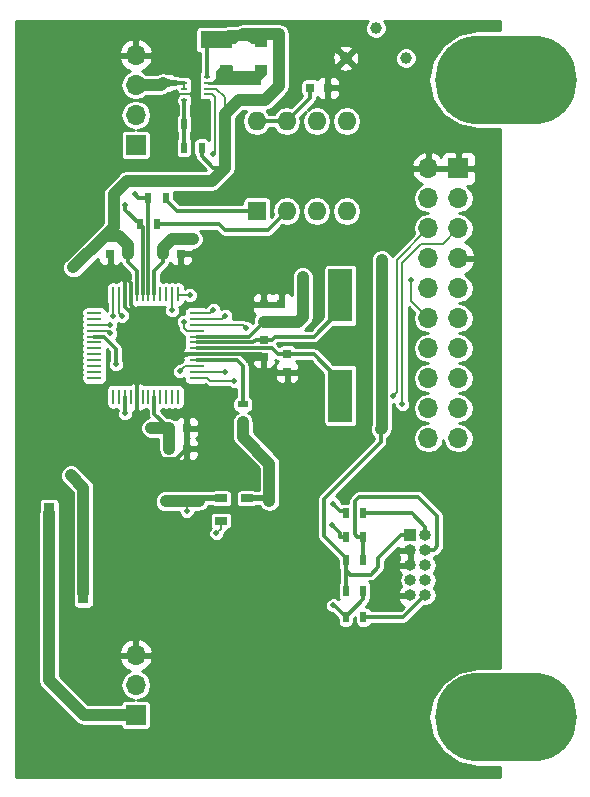
<source format=gtl>
G04 #@! TF.FileFunction,Copper,L1,Top,Signal*
%FSLAX46Y46*%
G04 Gerber Fmt 4.6, Leading zero omitted, Abs format (unit mm)*
G04 Created by KiCad (PCBNEW 4.0.7) date Saturday, May 19, 2018 'PMt' 08:52:02 PM*
%MOMM*%
%LPD*%
G01*
G04 APERTURE LIST*
%ADD10C,0.100000*%
%ADD11C,1.000000*%
%ADD12O,12.000000X7.500000*%
%ADD13R,1.300000X0.250000*%
%ADD14R,0.250000X1.300000*%
%ADD15R,1.700000X1.700000*%
%ADD16O,1.700000X1.700000*%
%ADD17R,0.750000X0.800000*%
%ADD18R,0.800000X0.750000*%
%ADD19R,0.900000X0.500000*%
%ADD20R,0.500000X0.900000*%
%ADD21R,1.060000X0.650000*%
%ADD22R,2.000000X4.500000*%
%ADD23R,0.900000X1.700000*%
%ADD24R,1.000000X0.890000*%
%ADD25R,2.000000X0.330000*%
%ADD26R,0.500000X0.250000*%
%ADD27R,0.840000X2.400000*%
%ADD28C,0.400000*%
%ADD29R,1.000000X1.000000*%
%ADD30O,1.000000X1.000000*%
%ADD31R,1.600000X1.600000*%
%ADD32O,1.600000X1.600000*%
%ADD33C,0.500000*%
%ADD34C,0.300000*%
%ADD35C,0.200000*%
%ADD36C,1.000000*%
%ADD37C,0.500000*%
%ADD38C,0.150000*%
%ADD39C,0.026000*%
%ADD40C,0.254000*%
G04 APERTURE END LIST*
D10*
D11*
X240400000Y-91600000D03*
X237800000Y-58900000D03*
X236200000Y-62800000D03*
X234400000Y-94600000D03*
X228200000Y-83600000D03*
X235600000Y-81000000D03*
X263800000Y-90600000D03*
X256400000Y-90200000D03*
X253600000Y-94400000D03*
X248400000Y-92400000D03*
X233000000Y-85400000D03*
X245000000Y-88600000D03*
X240800000Y-88600000D03*
X241800000Y-77000000D03*
X255200000Y-73800000D03*
X242800000Y-69000000D03*
D12*
X265000000Y-114500000D03*
D13*
X238850000Y-85750000D03*
X238850000Y-85250000D03*
X238850000Y-84750000D03*
X238850000Y-84250000D03*
X238850000Y-83750000D03*
X238850000Y-83250000D03*
X238850000Y-82750000D03*
X238850000Y-82250000D03*
X238850000Y-81750000D03*
X238850000Y-81250000D03*
X238850000Y-80750000D03*
X238850000Y-80250000D03*
D14*
X237250000Y-78650000D03*
X236750000Y-78650000D03*
X236250000Y-78650000D03*
X235750000Y-78650000D03*
X235250000Y-78650000D03*
X234750000Y-78650000D03*
X234250000Y-78650000D03*
X233750000Y-78650000D03*
X233250000Y-78650000D03*
X232750000Y-78650000D03*
X232250000Y-78650000D03*
X231750000Y-78650000D03*
D13*
X230150000Y-80250000D03*
X230150000Y-80750000D03*
X230150000Y-81250000D03*
X230150000Y-81750000D03*
X230150000Y-82250000D03*
X230150000Y-82750000D03*
X230150000Y-83250000D03*
X230150000Y-83750000D03*
X230150000Y-84250000D03*
X230150000Y-84750000D03*
X230150000Y-85250000D03*
X230150000Y-85750000D03*
D14*
X231750000Y-87350000D03*
X232250000Y-87350000D03*
X232750000Y-87350000D03*
X233250000Y-87350000D03*
X233750000Y-87350000D03*
X234250000Y-87350000D03*
X234750000Y-87350000D03*
X235250000Y-87350000D03*
X235750000Y-87350000D03*
X236250000Y-87350000D03*
X236750000Y-87350000D03*
X237250000Y-87350000D03*
D15*
X261000000Y-68000000D03*
D16*
X258460000Y-68000000D03*
X261000000Y-70540000D03*
X258460000Y-70540000D03*
X261000000Y-73080000D03*
X258460000Y-73080000D03*
X261000000Y-75620000D03*
X258460000Y-75620000D03*
X261000000Y-78160000D03*
X258460000Y-78160000D03*
X261000000Y-80700000D03*
X258460000Y-80700000D03*
X261000000Y-83240000D03*
X258460000Y-83240000D03*
X261000000Y-85780000D03*
X258460000Y-85780000D03*
X261000000Y-88320000D03*
X258460000Y-88320000D03*
X261000000Y-90860000D03*
X258460000Y-90860000D03*
D17*
X246000000Y-79500000D03*
X246000000Y-81000000D03*
X244500000Y-79500000D03*
X244500000Y-81000000D03*
D18*
X238000000Y-91750000D03*
X236500000Y-91750000D03*
X238000000Y-90000000D03*
X236500000Y-90000000D03*
X237500000Y-75250000D03*
X236000000Y-75250000D03*
X231500000Y-75250000D03*
X233000000Y-75250000D03*
X249950000Y-61200000D03*
X248450000Y-61200000D03*
D17*
X236200000Y-59250000D03*
X236200000Y-60750000D03*
D18*
X238000000Y-57450000D03*
X239500000Y-57450000D03*
D17*
X239000000Y-97650000D03*
X239000000Y-96150000D03*
X245000000Y-97650000D03*
X245000000Y-96150000D03*
X246500000Y-83750000D03*
X246500000Y-85250000D03*
X244500000Y-82500000D03*
X244500000Y-84000000D03*
D19*
X242750000Y-88000000D03*
X242750000Y-89500000D03*
D20*
X235500000Y-72750000D03*
X234000000Y-72750000D03*
X251450000Y-101200000D03*
X252950000Y-101200000D03*
X236250000Y-70500000D03*
X234750000Y-70500000D03*
X252950000Y-97200000D03*
X251450000Y-97200000D03*
X251450000Y-99200000D03*
X252950000Y-99200000D03*
X251450000Y-106000000D03*
X252950000Y-106000000D03*
X251450000Y-103800000D03*
X252950000Y-103800000D03*
X239250000Y-66250000D03*
X237750000Y-66250000D03*
X237750000Y-64250000D03*
X239250000Y-64250000D03*
D21*
X240900000Y-95950000D03*
X240900000Y-96900000D03*
X240900000Y-97850000D03*
X243100000Y-97850000D03*
X243100000Y-95950000D03*
D22*
X251000000Y-87250000D03*
X251000000Y-78750000D03*
D23*
X229250000Y-97200000D03*
X226350000Y-97200000D03*
D15*
X233680000Y-114300000D03*
D16*
X233680000Y-111760000D03*
X233680000Y-109220000D03*
D23*
X229250000Y-104000000D03*
X226350000Y-104000000D03*
D11*
X254000000Y-56134000D03*
X251460000Y-58674000D03*
X256540000Y-58674000D03*
D10*
G36*
X244745000Y-56890000D02*
X240855000Y-56890000D01*
X241405000Y-56330000D01*
X244195000Y-56330000D01*
X244745000Y-56890000D01*
X244745000Y-56890000D01*
G37*
D24*
X241350000Y-57330000D03*
X244240000Y-57330000D03*
X244240000Y-59670000D03*
D10*
G36*
X240855000Y-60110000D02*
X244745000Y-60110000D01*
X244195000Y-60670000D01*
X241405000Y-60670000D01*
X240855000Y-60110000D01*
X240855000Y-60110000D01*
G37*
D24*
X241360000Y-59670000D03*
D25*
X242780000Y-57050000D03*
X242800000Y-59950000D03*
D26*
X237800000Y-60250000D03*
X237800000Y-60750000D03*
X237800000Y-61250000D03*
X237800000Y-61750000D03*
X237800000Y-62250000D03*
X239700000Y-62250000D03*
X239700000Y-61750000D03*
X239700000Y-61250000D03*
X239700000Y-60750000D03*
X239700000Y-60250000D03*
D27*
X238750000Y-61250000D03*
D28*
X238750000Y-61250000D03*
X238750000Y-62200000D03*
X238750000Y-60300000D03*
D29*
X256930000Y-99060000D03*
D30*
X258200000Y-99060000D03*
X256930000Y-100330000D03*
X258200000Y-100330000D03*
X256930000Y-101600000D03*
X258200000Y-101600000D03*
X256930000Y-102870000D03*
X258200000Y-102870000D03*
X256930000Y-104140000D03*
X258200000Y-104140000D03*
D15*
X233680000Y-66040000D03*
D16*
X233680000Y-63500000D03*
X233680000Y-60960000D03*
X233680000Y-58420000D03*
D31*
X243920000Y-71620000D03*
D32*
X251540000Y-64000000D03*
X246460000Y-71620000D03*
X249000000Y-64000000D03*
X249000000Y-71620000D03*
X246460000Y-64000000D03*
X251540000Y-71620000D03*
X243920000Y-64000000D03*
D12*
X265000000Y-60500000D03*
D11*
X228200000Y-94000000D03*
D33*
X238000000Y-97000000D03*
D11*
X236200000Y-96200000D03*
X228400000Y-76400000D03*
D33*
X240500000Y-98900000D03*
X242000000Y-86000000D03*
X256250000Y-88000000D03*
X241250000Y-85250000D03*
X255500000Y-87250000D03*
X237750000Y-81000000D03*
X243000000Y-81500010D03*
X257000000Y-77500000D03*
X236750000Y-80000000D03*
X241250000Y-80500000D03*
X240250000Y-80000000D03*
X232500000Y-80500000D03*
X231750000Y-80500000D03*
X231500000Y-81250000D03*
X231538916Y-81961084D03*
D11*
X254400000Y-90100000D03*
X254500000Y-75800000D03*
X238500000Y-74000000D03*
X247800000Y-77200000D03*
X235000000Y-90000000D03*
X242750000Y-90750000D03*
D33*
X250400000Y-96400000D03*
X232750000Y-88750000D03*
X250311902Y-98200000D03*
X232000000Y-84600000D03*
X233600000Y-70200000D03*
X232800000Y-71100000D03*
X238250000Y-78750000D03*
X240200000Y-66800000D03*
X250400000Y-105000000D03*
X237400000Y-85200000D03*
D34*
X233750000Y-87350000D02*
X233750000Y-91950000D01*
X233750000Y-91950000D02*
X234400000Y-92600000D01*
X234400000Y-92600000D02*
X237125000Y-92600000D01*
X237125000Y-92600000D02*
X237975000Y-91750000D01*
X237975000Y-91750000D02*
X238000000Y-91750000D01*
X234000000Y-81000000D02*
X235600000Y-81000000D01*
X232750000Y-79750000D02*
X234000000Y-81000000D01*
X232750000Y-78650000D02*
X232750000Y-79750000D01*
X233250000Y-79600000D02*
X234650000Y-81000000D01*
X233250000Y-78650000D02*
X233250000Y-79600000D01*
X234650000Y-81000000D02*
X235600000Y-81000000D01*
D35*
X236800000Y-62200000D02*
X236800000Y-67000000D01*
X236800000Y-67000000D02*
X237000000Y-67200000D01*
X238400000Y-67200000D02*
X238400000Y-64650000D01*
X237000000Y-67200000D02*
X238400000Y-67200000D01*
X238800000Y-64250000D02*
X239250000Y-64250000D01*
X238400000Y-64650000D02*
X238800000Y-64250000D01*
X236800000Y-62200000D02*
X237250000Y-61750000D01*
X237250000Y-61750000D02*
X237800000Y-61750000D01*
X238750000Y-62200000D02*
X239650000Y-62200000D01*
X239650000Y-62200000D02*
X239700000Y-62250000D01*
X238750000Y-61250000D02*
X238250000Y-61750000D01*
X238250000Y-61750000D02*
X237800000Y-61750000D01*
X238750000Y-60300000D02*
X237850000Y-60300000D01*
X237850000Y-60300000D02*
X237800000Y-60250000D01*
D34*
X233750000Y-87350000D02*
X233750000Y-86250000D01*
X233750000Y-86250000D02*
X236250000Y-83750000D01*
X236250000Y-83750000D02*
X238850000Y-83750000D01*
X231500000Y-75250000D02*
X231500000Y-75925000D01*
X231500000Y-75925000D02*
X232750000Y-77175000D01*
X232750000Y-77175000D02*
X232750000Y-78650000D01*
X231500000Y-75925000D02*
X233250000Y-77675000D01*
X233250000Y-77675000D02*
X233250000Y-78650000D01*
X238850000Y-83750000D02*
X244250000Y-83750000D01*
X244250000Y-83750000D02*
X244500000Y-84000000D01*
D36*
X228200000Y-94000000D02*
X229250000Y-95050000D01*
X229250000Y-95050000D02*
X229250000Y-97200000D01*
X229250000Y-97200000D02*
X229250000Y-104000000D01*
X236200000Y-96200000D02*
X238000000Y-96200000D01*
X238000000Y-96200000D02*
X238950000Y-96200000D01*
D35*
X238000000Y-97000000D02*
X238000000Y-96200000D01*
D34*
X239250000Y-66250000D02*
X239250000Y-67000000D01*
X239250000Y-67000000D02*
X240250000Y-68000000D01*
X240250000Y-68000000D02*
X241200000Y-68000000D01*
D36*
X231050000Y-73750000D02*
X231800000Y-73000000D01*
X231800000Y-73000000D02*
X231800000Y-70200000D01*
X240100000Y-69100000D02*
X241200000Y-68000000D01*
X231800000Y-70200000D02*
X232900000Y-69100000D01*
X232900000Y-69100000D02*
X240100000Y-69100000D01*
X241200000Y-68000000D02*
X241200000Y-63400000D01*
X232250000Y-73750000D02*
X231050000Y-73750000D01*
X231050000Y-73750000D02*
X228400000Y-76400000D01*
X238950000Y-96200000D02*
X239000000Y-96150000D01*
D35*
X240450000Y-61250000D02*
X241200000Y-62000000D01*
X241200000Y-62000000D02*
X241200000Y-63400000D01*
X239700000Y-61250000D02*
X240450000Y-61250000D01*
D36*
X242400000Y-62200000D02*
X241200000Y-63400000D01*
X245800000Y-56610000D02*
X245800000Y-61000000D01*
X245800000Y-61000000D02*
X244600000Y-62200000D01*
X244600000Y-62200000D02*
X242400000Y-62200000D01*
X242800000Y-56610000D02*
X245800000Y-56610000D01*
D34*
X241350000Y-57330000D02*
X242080000Y-57330000D01*
X242080000Y-57330000D02*
X242800000Y-56610000D01*
X244240000Y-57330000D02*
X243520000Y-57330000D01*
X243520000Y-57330000D02*
X242800000Y-56610000D01*
D35*
X240900000Y-98500000D02*
X240500000Y-98900000D01*
X240900000Y-97850000D02*
X240900000Y-98500000D01*
D36*
X232250000Y-73750000D02*
X233000000Y-74500000D01*
X233000000Y-74500000D02*
X233000000Y-75250000D01*
D34*
X233000000Y-75250000D02*
X233000000Y-75925000D01*
X233000000Y-75925000D02*
X233750000Y-76675000D01*
X233750000Y-76675000D02*
X233750000Y-78650000D01*
D37*
X240900000Y-95950000D02*
X239200000Y-95950000D01*
X239200000Y-95950000D02*
X239000000Y-96150000D01*
D38*
X242800000Y-56610000D02*
X242800000Y-57030000D01*
X242800000Y-57030000D02*
X242780000Y-57050000D01*
D34*
X239500000Y-57450000D02*
X241230000Y-57450000D01*
X241230000Y-57450000D02*
X241350000Y-57330000D01*
X239700000Y-60250000D02*
X239700000Y-57650000D01*
X239700000Y-57650000D02*
X239500000Y-57450000D01*
D35*
X261000000Y-73080000D02*
X259680000Y-74400000D01*
X259680000Y-74400000D02*
X257850000Y-74400000D01*
X257850000Y-74400000D02*
X256250000Y-76000000D01*
X256250000Y-76000000D02*
X256250000Y-88000000D01*
X240000000Y-86000000D02*
X242000000Y-86000000D01*
X239750000Y-85750000D02*
X240000000Y-86000000D01*
X238850000Y-85750000D02*
X239750000Y-85750000D01*
X238850000Y-85250000D02*
X241250000Y-85250000D01*
X255790000Y-75750000D02*
X255790000Y-86960000D01*
X255790000Y-86960000D02*
X255500000Y-87250000D01*
X258460000Y-73080000D02*
X255790000Y-75750000D01*
X237750000Y-81000000D02*
X237750000Y-81500000D01*
X237750000Y-81500000D02*
X238000000Y-81750000D01*
X238000000Y-81750000D02*
X238850000Y-81750000D01*
X242749990Y-81250000D02*
X243000000Y-81500010D01*
X238850000Y-81250000D02*
X242749990Y-81250000D01*
X257000000Y-77500000D02*
X257000000Y-79240000D01*
X257000000Y-79240000D02*
X258460000Y-80700000D01*
X236750000Y-80000000D02*
X236750000Y-78650000D01*
X238850000Y-80750000D02*
X241000001Y-80749999D01*
X241000001Y-80749999D02*
X241250000Y-80500000D01*
X238850000Y-80250000D02*
X240000000Y-80250000D01*
X240000000Y-80250000D02*
X240250000Y-80000000D01*
X232500000Y-80500000D02*
X232250000Y-80250000D01*
X232250000Y-80250000D02*
X232250000Y-78650000D01*
X231750000Y-80500000D02*
X231750000Y-78650000D01*
X231500000Y-81250000D02*
X230150000Y-81250000D01*
X231327832Y-81750000D02*
X231538916Y-81961084D01*
X230150000Y-81750000D02*
X231327832Y-81750000D01*
D36*
X226350000Y-97200000D02*
X226350000Y-104000000D01*
X226350000Y-111360000D02*
X229290000Y-114300000D01*
X226350000Y-104000000D02*
X226350000Y-111360000D01*
X229290000Y-114300000D02*
X233680000Y-114300000D01*
X247800000Y-77200000D02*
X247800000Y-80575000D01*
X247800000Y-80575000D02*
X247375000Y-81000000D01*
D34*
X249600000Y-96000000D02*
X249600000Y-99150000D01*
X249600000Y-99150000D02*
X251450000Y-101000000D01*
X254400000Y-91200000D02*
X249600000Y-96000000D01*
X254400000Y-90100000D02*
X254400000Y-91200000D01*
X251450000Y-101000000D02*
X251450000Y-101200000D01*
D36*
X245000000Y-96150000D02*
X245000000Y-93000000D01*
X245000000Y-93000000D02*
X242750000Y-90750000D01*
D34*
X251450000Y-101200000D02*
X251450000Y-103800000D01*
X256930000Y-99060000D02*
X256130000Y-99060000D01*
X256130000Y-99060000D02*
X254200000Y-100990000D01*
X254200000Y-100990000D02*
X254200000Y-101800000D01*
X254200000Y-101800000D02*
X253600000Y-102400000D01*
X253600000Y-102400000D02*
X251800000Y-102400000D01*
X251800000Y-102400000D02*
X251450000Y-102050000D01*
X251450000Y-102050000D02*
X251450000Y-101200000D01*
D36*
X254500000Y-75800000D02*
X254500000Y-90000000D01*
X254500000Y-90000000D02*
X254400000Y-90100000D01*
X236000000Y-74750000D02*
X236750000Y-74000000D01*
X236750000Y-74000000D02*
X238500000Y-74000000D01*
X236000000Y-75250000D02*
X236000000Y-74750000D01*
X236000000Y-75000000D02*
X236000000Y-75250000D01*
X247375000Y-81000000D02*
X246000000Y-81000000D01*
X235000000Y-90000000D02*
X236500000Y-90000000D01*
X242750000Y-90750000D02*
X242750000Y-89500000D01*
X236500000Y-90000000D02*
X236500000Y-90500000D01*
X236500000Y-90500000D02*
X236500000Y-91750000D01*
D34*
X235250000Y-87350000D02*
X235250000Y-88775000D01*
X235250000Y-88775000D02*
X236500000Y-90025000D01*
X236500000Y-90025000D02*
X236500000Y-90500000D01*
X236000000Y-75250000D02*
X236000000Y-75925000D01*
X236000000Y-75925000D02*
X235250000Y-76675000D01*
X235250000Y-76675000D02*
X235250000Y-78650000D01*
X238850000Y-82250000D02*
X243275000Y-82250000D01*
D36*
X244500000Y-81000000D02*
X246000000Y-81000000D01*
D34*
X243275000Y-82250000D02*
X244500000Y-81025000D01*
X244500000Y-81025000D02*
X244500000Y-81000000D01*
D37*
X244500000Y-81000000D02*
X244500000Y-80975000D01*
X243100000Y-95950000D02*
X244800000Y-95950000D01*
X244800000Y-95950000D02*
X245000000Y-96150000D01*
D34*
X251000000Y-97000000D02*
X251250000Y-97000000D01*
X250400000Y-96400000D02*
X251000000Y-97000000D01*
X251250000Y-97000000D02*
X251450000Y-97200000D01*
X232750000Y-87350000D02*
X232750000Y-88750000D01*
X232000000Y-84600000D02*
X232000000Y-83284998D01*
X232000000Y-83284998D02*
X230965002Y-82250000D01*
X230965002Y-82250000D02*
X230150000Y-82250000D01*
X251450000Y-99200000D02*
X251000000Y-99200000D01*
X250311902Y-98200000D02*
X251000000Y-98888098D01*
X251000000Y-98888098D02*
X251000000Y-99200000D01*
X246750000Y-83750000D02*
X248750000Y-83750000D01*
X248750000Y-83750000D02*
X251000000Y-86000000D01*
X251000000Y-86000000D02*
X251000000Y-87250000D01*
X238850000Y-83250000D02*
X245250000Y-83250000D01*
X245250000Y-83250000D02*
X245750000Y-83750000D01*
X245750000Y-83750000D02*
X246500000Y-83750000D01*
X245425000Y-82250000D02*
X248750000Y-82250000D01*
X245175000Y-82500000D02*
X245425000Y-82250000D01*
X244500000Y-82500000D02*
X245175000Y-82500000D01*
X238850000Y-82750000D02*
X243575000Y-82750000D01*
X243575000Y-82750000D02*
X243825000Y-82500000D01*
X243825000Y-82500000D02*
X244500000Y-82500000D01*
X248750000Y-82250000D02*
X251000000Y-80000000D01*
X251000000Y-80000000D02*
X251000000Y-78750000D01*
X234750000Y-70500000D02*
X233900000Y-70500000D01*
X233900000Y-70500000D02*
X233600000Y-70200000D01*
X234750000Y-70500000D02*
X234750000Y-78650000D01*
X232800000Y-71100000D02*
X232800000Y-71550000D01*
X232800000Y-71550000D02*
X234000000Y-72750000D01*
X234250000Y-78650000D02*
X234250000Y-73000000D01*
X234250000Y-73000000D02*
X234000000Y-72750000D01*
D35*
X238250000Y-78750000D02*
X237350000Y-78750000D01*
X237350000Y-78750000D02*
X237250000Y-78650000D01*
D34*
X246460000Y-64000000D02*
X248450000Y-62010000D01*
X248450000Y-62010000D02*
X248450000Y-61200000D01*
X243870000Y-64050000D02*
X243920000Y-64000000D01*
X243920000Y-64000000D02*
X246460000Y-64000000D01*
X252950000Y-97200000D02*
X257047106Y-97200000D01*
X257047106Y-97200000D02*
X258200000Y-98352894D01*
X258200000Y-98352894D02*
X258200000Y-99060000D01*
X252950000Y-99200000D02*
X252400000Y-99200000D01*
X252400000Y-99200000D02*
X252200000Y-99000000D01*
X252200000Y-99000000D02*
X252200000Y-96200000D01*
X252200000Y-96200000D02*
X252600000Y-95800000D01*
X252600000Y-95800000D02*
X257600000Y-95800000D01*
X257600000Y-95800000D02*
X259200000Y-97400000D01*
X259200000Y-97400000D02*
X259200000Y-100000000D01*
X259200000Y-100000000D02*
X259000000Y-100200000D01*
X259000000Y-100200000D02*
X259000000Y-100237106D01*
X259000000Y-100237106D02*
X258907106Y-100330000D01*
X258907106Y-100330000D02*
X258200000Y-100330000D01*
X252950000Y-99200000D02*
X252950000Y-101200000D01*
X252950000Y-106000000D02*
X256340000Y-106000000D01*
X256340000Y-106000000D02*
X258200000Y-104140000D01*
X238850000Y-84250000D02*
X242250000Y-84250000D01*
X242250000Y-84250000D02*
X242750000Y-84750000D01*
X242750000Y-84750000D02*
X242750000Y-88000000D01*
X237750000Y-64250000D02*
X237750000Y-66250000D01*
X237800000Y-62250000D02*
X237800000Y-64200000D01*
X237800000Y-64200000D02*
X237750000Y-64250000D01*
D36*
X233680000Y-60960000D02*
X235790000Y-60960000D01*
X235790000Y-60960000D02*
X236000000Y-60750000D01*
D34*
X237800000Y-60750000D02*
X237050000Y-60750000D01*
D37*
X236000000Y-60750000D02*
X237050000Y-60750000D01*
D35*
X237800000Y-61250000D02*
X237800000Y-60750000D01*
D38*
X242800000Y-59950000D02*
X243960000Y-59950000D01*
X243960000Y-59950000D02*
X244240000Y-59670000D01*
X239700000Y-60750000D02*
X240800000Y-60750000D01*
X240800000Y-60750000D02*
X241600000Y-59950000D01*
X241150000Y-59950000D02*
X242800000Y-59950000D01*
X241360000Y-60265000D02*
X241360000Y-59670000D01*
D35*
X237400000Y-85200000D02*
X237850000Y-84750000D01*
X237850000Y-84750000D02*
X238850000Y-84750000D01*
X240400000Y-66600000D02*
X240200000Y-66800000D01*
X240400000Y-62000000D02*
X240400000Y-66600000D01*
X239700000Y-61750000D02*
X240150000Y-61750000D01*
X240150000Y-61750000D02*
X240400000Y-62000000D01*
D34*
X250400000Y-105000000D02*
X250450000Y-105000000D01*
X250450000Y-105000000D02*
X251450000Y-106000000D01*
X252950000Y-103800000D02*
X252950000Y-104500000D01*
X252950000Y-104500000D02*
X251450000Y-106000000D01*
X251450000Y-105800000D02*
X251450000Y-106000000D01*
X241200000Y-73200000D02*
X244880000Y-73200000D01*
X244880000Y-73200000D02*
X246460000Y-71620000D01*
X240750000Y-72750000D02*
X241200000Y-73200000D01*
X235500000Y-72750000D02*
X240750000Y-72750000D01*
X235500000Y-72750000D02*
X235500000Y-72550000D01*
X236250000Y-70500000D02*
X236250000Y-70700000D01*
X236250000Y-70700000D02*
X237170000Y-71620000D01*
X237170000Y-71620000D02*
X243920000Y-71620000D01*
D39*
G36*
X241787000Y-59850000D02*
X241788024Y-59855058D01*
X241790935Y-59859319D01*
X241795275Y-59862111D01*
X241800000Y-59863000D01*
X244187000Y-59863000D01*
X244187000Y-60837000D01*
X239763000Y-60837000D01*
X239763000Y-60663000D01*
X240100000Y-60663000D01*
X240105058Y-60661976D01*
X240108460Y-60659870D01*
X240458460Y-60359870D01*
X240461634Y-60355801D01*
X240463000Y-60350000D01*
X240463000Y-59805790D01*
X240954989Y-59363000D01*
X241787000Y-59363000D01*
X241787000Y-59850000D01*
X241787000Y-59850000D01*
G37*
X241787000Y-59850000D02*
X241788024Y-59855058D01*
X241790935Y-59859319D01*
X241795275Y-59862111D01*
X241800000Y-59863000D01*
X244187000Y-59863000D01*
X244187000Y-60837000D01*
X239763000Y-60837000D01*
X239763000Y-60663000D01*
X240100000Y-60663000D01*
X240105058Y-60661976D01*
X240108460Y-60659870D01*
X240458460Y-60359870D01*
X240461634Y-60355801D01*
X240463000Y-60350000D01*
X240463000Y-59805790D01*
X240954989Y-59363000D01*
X241787000Y-59363000D01*
X241787000Y-59850000D01*
G36*
X241737000Y-57737000D02*
X239163000Y-57737000D01*
X239163000Y-56363000D01*
X241737000Y-56363000D01*
X241737000Y-57737000D01*
X241737000Y-57737000D01*
G37*
X241737000Y-57737000D02*
X239163000Y-57737000D01*
X239163000Y-56363000D01*
X241737000Y-56363000D01*
X241737000Y-57737000D01*
D40*
G36*
X253214586Y-55608211D02*
X253073161Y-55948799D01*
X253072839Y-56317583D01*
X253213669Y-56658417D01*
X253474211Y-56919414D01*
X253814799Y-57060839D01*
X254183583Y-57061161D01*
X254524417Y-56920331D01*
X254785414Y-56659789D01*
X254926839Y-56319201D01*
X254927161Y-55950417D01*
X254786331Y-55609583D01*
X254678936Y-55502000D01*
X264498000Y-55502000D01*
X264498000Y-56323000D01*
X262624088Y-56323000D01*
X261025619Y-56640955D01*
X259670503Y-57546415D01*
X258765043Y-58901531D01*
X258447088Y-60500000D01*
X258765043Y-62098469D01*
X259670503Y-63453585D01*
X261025619Y-64359045D01*
X262624088Y-64677000D01*
X264498000Y-64677000D01*
X264498000Y-110323000D01*
X262624088Y-110323000D01*
X261025619Y-110640955D01*
X259670503Y-111546415D01*
X258765043Y-112901531D01*
X258447088Y-114500000D01*
X258765043Y-116098469D01*
X259670503Y-117453585D01*
X261025619Y-118359045D01*
X262624088Y-118677000D01*
X264498000Y-118677000D01*
X264498000Y-119498000D01*
X223502000Y-119498000D01*
X223502000Y-97200000D01*
X225423000Y-97200000D01*
X225423000Y-111360000D01*
X225493564Y-111714748D01*
X225694512Y-112015488D01*
X228634512Y-114955488D01*
X228935253Y-115156437D01*
X229290000Y-115227000D01*
X232409123Y-115227000D01*
X232424409Y-115308237D01*
X232517927Y-115453567D01*
X232660619Y-115551064D01*
X232830000Y-115585365D01*
X234530000Y-115585365D01*
X234688237Y-115555591D01*
X234833567Y-115462073D01*
X234931064Y-115319381D01*
X234965365Y-115150000D01*
X234965365Y-113450000D01*
X234935591Y-113291763D01*
X234842073Y-113146433D01*
X234699381Y-113048936D01*
X234530000Y-113014635D01*
X233817454Y-113014635D01*
X234193705Y-112939794D01*
X234607993Y-112662975D01*
X234884812Y-112248687D01*
X234982018Y-111760000D01*
X234884812Y-111271313D01*
X234607993Y-110857025D01*
X234200417Y-110584691D01*
X234561358Y-110415183D01*
X234951645Y-109986924D01*
X235121476Y-109576890D01*
X235000155Y-109347000D01*
X233807000Y-109347000D01*
X233807000Y-109367000D01*
X233553000Y-109367000D01*
X233553000Y-109347000D01*
X232359845Y-109347000D01*
X232238524Y-109576890D01*
X232408355Y-109986924D01*
X232798642Y-110415183D01*
X233159583Y-110584691D01*
X232752007Y-110857025D01*
X232475188Y-111271313D01*
X232377982Y-111760000D01*
X232475188Y-112248687D01*
X232752007Y-112662975D01*
X233166295Y-112939794D01*
X233542546Y-113014635D01*
X232830000Y-113014635D01*
X232671763Y-113044409D01*
X232526433Y-113137927D01*
X232428936Y-113280619D01*
X232410228Y-113373000D01*
X229673976Y-113373000D01*
X227277000Y-110976024D01*
X227277000Y-108863110D01*
X232238524Y-108863110D01*
X232359845Y-109093000D01*
X233553000Y-109093000D01*
X233553000Y-107899181D01*
X233807000Y-107899181D01*
X233807000Y-109093000D01*
X235000155Y-109093000D01*
X235121476Y-108863110D01*
X234951645Y-108453076D01*
X234561358Y-108024817D01*
X234036892Y-107778514D01*
X233807000Y-107899181D01*
X233553000Y-107899181D01*
X233323108Y-107778514D01*
X232798642Y-108024817D01*
X232408355Y-108453076D01*
X232238524Y-108863110D01*
X227277000Y-108863110D01*
X227277000Y-97200000D01*
X227235365Y-96990687D01*
X227235365Y-96350000D01*
X227205591Y-96191763D01*
X227112073Y-96046433D01*
X226969381Y-95948936D01*
X226800000Y-95914635D01*
X225900000Y-95914635D01*
X225741763Y-95944409D01*
X225596433Y-96037927D01*
X225498936Y-96180619D01*
X225464635Y-96350000D01*
X225464635Y-96990687D01*
X225423000Y-97200000D01*
X223502000Y-97200000D01*
X223502000Y-94183583D01*
X227272839Y-94183583D01*
X227413669Y-94524417D01*
X227674211Y-94785414D01*
X227674599Y-94785575D01*
X228323000Y-95433976D01*
X228323000Y-104000000D01*
X228364635Y-104209313D01*
X228364635Y-104850000D01*
X228394409Y-105008237D01*
X228487927Y-105153567D01*
X228630619Y-105251064D01*
X228800000Y-105285365D01*
X229700000Y-105285365D01*
X229858237Y-105255591D01*
X230003567Y-105162073D01*
X230101064Y-105019381D01*
X230135365Y-104850000D01*
X230135365Y-104209313D01*
X230177000Y-104000000D01*
X230177000Y-99034073D01*
X239822883Y-99034073D01*
X239925733Y-99282989D01*
X240116010Y-99473598D01*
X240364746Y-99576882D01*
X240634073Y-99577117D01*
X240882989Y-99474267D01*
X241073598Y-99283990D01*
X241176882Y-99035254D01*
X241176940Y-98968350D01*
X241272645Y-98872646D01*
X241354594Y-98750000D01*
X241386885Y-98701674D01*
X241405047Y-98610365D01*
X241430000Y-98610365D01*
X241588237Y-98580591D01*
X241733567Y-98487073D01*
X241831064Y-98344381D01*
X241865365Y-98175000D01*
X241865365Y-97525000D01*
X241835591Y-97366763D01*
X241742073Y-97221433D01*
X241599381Y-97123936D01*
X241430000Y-97089635D01*
X240370000Y-97089635D01*
X240211763Y-97119409D01*
X240066433Y-97212927D01*
X239968936Y-97355619D01*
X239934635Y-97525000D01*
X239934635Y-98175000D01*
X239964409Y-98333237D01*
X240021155Y-98421422D01*
X239926402Y-98516010D01*
X239823118Y-98764746D01*
X239822883Y-99034073D01*
X230177000Y-99034073D01*
X230177000Y-96383583D01*
X235272839Y-96383583D01*
X235413669Y-96724417D01*
X235674211Y-96985414D01*
X236014799Y-97126839D01*
X236383583Y-97127161D01*
X236383973Y-97127000D01*
X237322889Y-97127000D01*
X237322883Y-97134073D01*
X237425733Y-97382989D01*
X237616010Y-97573598D01*
X237864746Y-97676882D01*
X238134073Y-97677117D01*
X238382989Y-97574267D01*
X238573598Y-97383990D01*
X238676882Y-97135254D01*
X238676889Y-97127000D01*
X238950000Y-97127000D01*
X239304748Y-97056436D01*
X239425269Y-96975906D01*
X239533237Y-96955591D01*
X239678567Y-96862073D01*
X239776064Y-96719381D01*
X239794772Y-96627000D01*
X240128811Y-96627000D01*
X240200619Y-96676064D01*
X240370000Y-96710365D01*
X241430000Y-96710365D01*
X241588237Y-96680591D01*
X241733567Y-96587073D01*
X241831064Y-96444381D01*
X241865365Y-96275000D01*
X241865365Y-95625000D01*
X241835591Y-95466763D01*
X241742073Y-95321433D01*
X241599381Y-95223936D01*
X241430000Y-95189635D01*
X240370000Y-95189635D01*
X240211763Y-95219409D01*
X240128481Y-95273000D01*
X239251369Y-95273000D01*
X239000000Y-95223000D01*
X238748631Y-95273000D01*
X236200809Y-95273000D01*
X236016417Y-95272839D01*
X235675583Y-95413669D01*
X235414586Y-95674211D01*
X235273161Y-96014799D01*
X235272839Y-96383583D01*
X230177000Y-96383583D01*
X230177000Y-95050000D01*
X230106436Y-94695252D01*
X229905488Y-94394512D01*
X228855488Y-93344512D01*
X228725789Y-93214586D01*
X228385201Y-93073161D01*
X228016417Y-93072839D01*
X227675583Y-93213669D01*
X227414586Y-93474211D01*
X227273161Y-93814799D01*
X227272839Y-94183583D01*
X223502000Y-94183583D01*
X223502000Y-86700000D01*
X231189635Y-86700000D01*
X231189635Y-88000000D01*
X231219409Y-88158237D01*
X231312927Y-88303567D01*
X231455619Y-88401064D01*
X231625000Y-88435365D01*
X231875000Y-88435365D01*
X232004591Y-88410981D01*
X232125000Y-88435365D01*
X232147603Y-88435365D01*
X232073118Y-88614746D01*
X232072883Y-88884073D01*
X232175733Y-89132989D01*
X232366010Y-89323598D01*
X232614746Y-89426882D01*
X232884073Y-89427117D01*
X233132989Y-89324267D01*
X233323598Y-89133990D01*
X233426882Y-88885254D01*
X233427117Y-88615927D01*
X233421846Y-88603170D01*
X233498690Y-88635000D01*
X233528750Y-88635000D01*
X233687500Y-88476250D01*
X233687500Y-88298999D01*
X233750580Y-88206678D01*
X233812500Y-88302903D01*
X233812500Y-88476250D01*
X233971250Y-88635000D01*
X234001310Y-88635000D01*
X234234699Y-88538327D01*
X234337660Y-88435365D01*
X234375000Y-88435365D01*
X234504591Y-88410981D01*
X234625000Y-88435365D01*
X234673000Y-88435365D01*
X234673000Y-88774995D01*
X234672999Y-88775000D01*
X234716922Y-88995808D01*
X234778782Y-89088389D01*
X234475583Y-89213669D01*
X234214586Y-89474211D01*
X234073161Y-89814799D01*
X234072839Y-90183583D01*
X234213669Y-90524417D01*
X234474211Y-90785414D01*
X234814799Y-90926839D01*
X235183583Y-90927161D01*
X235183973Y-90927000D01*
X235573000Y-90927000D01*
X235573000Y-91750000D01*
X235643564Y-92104748D01*
X235667590Y-92140706D01*
X235694409Y-92283237D01*
X235787927Y-92428567D01*
X235930619Y-92526064D01*
X236065996Y-92553479D01*
X236145252Y-92606436D01*
X236500000Y-92677000D01*
X236854748Y-92606436D01*
X236932988Y-92554158D01*
X237058237Y-92530591D01*
X237088251Y-92511277D01*
X237240302Y-92663327D01*
X237473691Y-92760000D01*
X237714250Y-92760000D01*
X237873000Y-92601250D01*
X237873000Y-91877000D01*
X238127000Y-91877000D01*
X238127000Y-92601250D01*
X238285750Y-92760000D01*
X238526309Y-92760000D01*
X238759698Y-92663327D01*
X238938327Y-92484699D01*
X239035000Y-92251310D01*
X239035000Y-92035750D01*
X238876250Y-91877000D01*
X238127000Y-91877000D01*
X237873000Y-91877000D01*
X237853000Y-91877000D01*
X237853000Y-91623000D01*
X237873000Y-91623000D01*
X237873000Y-90898750D01*
X237849250Y-90875000D01*
X237873000Y-90851250D01*
X237873000Y-90127000D01*
X238127000Y-90127000D01*
X238127000Y-90851250D01*
X238150750Y-90875000D01*
X238127000Y-90898750D01*
X238127000Y-91623000D01*
X238876250Y-91623000D01*
X239035000Y-91464250D01*
X239035000Y-91248690D01*
X238938327Y-91015301D01*
X238798025Y-90875000D01*
X238938327Y-90734699D01*
X239035000Y-90501310D01*
X239035000Y-90285750D01*
X238876250Y-90127000D01*
X238127000Y-90127000D01*
X237873000Y-90127000D01*
X237853000Y-90127000D01*
X237853000Y-89873000D01*
X237873000Y-89873000D01*
X237873000Y-89148750D01*
X238127000Y-89148750D01*
X238127000Y-89873000D01*
X238876250Y-89873000D01*
X239035000Y-89714250D01*
X239035000Y-89498690D01*
X238938327Y-89265301D01*
X238759698Y-89086673D01*
X238526309Y-88990000D01*
X238285750Y-88990000D01*
X238127000Y-89148750D01*
X237873000Y-89148750D01*
X237714250Y-88990000D01*
X237473691Y-88990000D01*
X237240302Y-89086673D01*
X237089376Y-89237598D01*
X237069381Y-89223936D01*
X236934004Y-89196521D01*
X236854748Y-89143564D01*
X236500000Y-89073000D01*
X236364002Y-89073000D01*
X235827000Y-88535998D01*
X235827000Y-88435365D01*
X235875000Y-88435365D01*
X236004591Y-88410981D01*
X236125000Y-88435365D01*
X236375000Y-88435365D01*
X236504591Y-88410981D01*
X236625000Y-88435365D01*
X236875000Y-88435365D01*
X237004591Y-88410981D01*
X237125000Y-88435365D01*
X237375000Y-88435365D01*
X237533237Y-88405591D01*
X237678567Y-88312073D01*
X237776064Y-88169381D01*
X237810365Y-88000000D01*
X237810365Y-86700000D01*
X237780591Y-86541763D01*
X237687073Y-86396433D01*
X237544381Y-86298936D01*
X237375000Y-86264635D01*
X237125000Y-86264635D01*
X236995409Y-86289019D01*
X236875000Y-86264635D01*
X236625000Y-86264635D01*
X236495409Y-86289019D01*
X236375000Y-86264635D01*
X236125000Y-86264635D01*
X235995409Y-86289019D01*
X235875000Y-86264635D01*
X235625000Y-86264635D01*
X235495409Y-86289019D01*
X235375000Y-86264635D01*
X235125000Y-86264635D01*
X234995409Y-86289019D01*
X234875000Y-86264635D01*
X234625000Y-86264635D01*
X234495409Y-86289019D01*
X234375000Y-86264635D01*
X234337660Y-86264635D01*
X234234699Y-86161673D01*
X234001310Y-86065000D01*
X233971250Y-86065000D01*
X233812500Y-86223750D01*
X233812500Y-86401001D01*
X233749420Y-86493322D01*
X233687500Y-86397097D01*
X233687500Y-86223750D01*
X233528750Y-86065000D01*
X233498690Y-86065000D01*
X233265301Y-86161673D01*
X233162340Y-86264635D01*
X233125000Y-86264635D01*
X232995409Y-86289019D01*
X232875000Y-86264635D01*
X232625000Y-86264635D01*
X232495409Y-86289019D01*
X232375000Y-86264635D01*
X232125000Y-86264635D01*
X231995409Y-86289019D01*
X231875000Y-86264635D01*
X231625000Y-86264635D01*
X231466763Y-86294409D01*
X231321433Y-86387927D01*
X231223936Y-86530619D01*
X231189635Y-86700000D01*
X223502000Y-86700000D01*
X223502000Y-76583583D01*
X227472839Y-76583583D01*
X227613669Y-76924417D01*
X227874211Y-77185414D01*
X228214799Y-77326839D01*
X228583583Y-77327161D01*
X228924417Y-77186331D01*
X229185414Y-76925789D01*
X229185575Y-76925401D01*
X230465000Y-75645976D01*
X230465000Y-75751310D01*
X230561673Y-75984699D01*
X230740302Y-76163327D01*
X230973691Y-76260000D01*
X231214250Y-76260000D01*
X231373000Y-76101250D01*
X231373000Y-75377000D01*
X231353000Y-75377000D01*
X231353000Y-75123000D01*
X231373000Y-75123000D01*
X231373000Y-75103000D01*
X231627000Y-75103000D01*
X231627000Y-75123000D01*
X231647000Y-75123000D01*
X231647000Y-75377000D01*
X231627000Y-75377000D01*
X231627000Y-76101250D01*
X231785750Y-76260000D01*
X232026309Y-76260000D01*
X232259698Y-76163327D01*
X232410624Y-76012402D01*
X232430619Y-76026064D01*
X232443627Y-76028698D01*
X232466922Y-76145808D01*
X232591999Y-76333001D01*
X233173000Y-76914001D01*
X233173000Y-77365000D01*
X233122998Y-77365000D01*
X233122998Y-77415405D01*
X233048153Y-77384403D01*
X233028750Y-77365000D01*
X232971250Y-77365000D01*
X232951847Y-77384403D01*
X232765301Y-77461673D01*
X232687500Y-77539474D01*
X232687500Y-77523750D01*
X232528750Y-77365000D01*
X232498690Y-77365000D01*
X232265301Y-77461673D01*
X232162340Y-77564635D01*
X232125000Y-77564635D01*
X231995409Y-77589019D01*
X231875000Y-77564635D01*
X231625000Y-77564635D01*
X231466763Y-77594409D01*
X231321433Y-77687927D01*
X231223936Y-77830619D01*
X231189635Y-78000000D01*
X231189635Y-79300000D01*
X231219409Y-79458237D01*
X231223000Y-79463818D01*
X231223000Y-80059285D01*
X231205591Y-79966763D01*
X231112073Y-79821433D01*
X230969381Y-79723936D01*
X230800000Y-79689635D01*
X229500000Y-79689635D01*
X229341763Y-79719409D01*
X229196433Y-79812927D01*
X229098936Y-79955619D01*
X229064635Y-80125000D01*
X229064635Y-80375000D01*
X229089019Y-80504591D01*
X229064635Y-80625000D01*
X229064635Y-80875000D01*
X229089019Y-81004591D01*
X229064635Y-81125000D01*
X229064635Y-81375000D01*
X229089019Y-81504591D01*
X229064635Y-81625000D01*
X229064635Y-81875000D01*
X229089019Y-82004591D01*
X229064635Y-82125000D01*
X229064635Y-82375000D01*
X229089019Y-82504591D01*
X229064635Y-82625000D01*
X229064635Y-82875000D01*
X229089019Y-83004591D01*
X229064635Y-83125000D01*
X229064635Y-83375000D01*
X229089019Y-83504591D01*
X229064635Y-83625000D01*
X229064635Y-83875000D01*
X229089019Y-84004591D01*
X229064635Y-84125000D01*
X229064635Y-84375000D01*
X229089019Y-84504591D01*
X229064635Y-84625000D01*
X229064635Y-84875000D01*
X229089019Y-85004591D01*
X229064635Y-85125000D01*
X229064635Y-85375000D01*
X229089019Y-85504591D01*
X229064635Y-85625000D01*
X229064635Y-85875000D01*
X229094409Y-86033237D01*
X229187927Y-86178567D01*
X229330619Y-86276064D01*
X229500000Y-86310365D01*
X230800000Y-86310365D01*
X230958237Y-86280591D01*
X231103567Y-86187073D01*
X231201064Y-86044381D01*
X231235365Y-85875000D01*
X231235365Y-85625000D01*
X231210981Y-85495409D01*
X231235365Y-85375000D01*
X231235365Y-85334073D01*
X236722883Y-85334073D01*
X236825733Y-85582989D01*
X237016010Y-85773598D01*
X237264746Y-85876882D01*
X237534073Y-85877117D01*
X237764635Y-85781851D01*
X237764635Y-85875000D01*
X237794409Y-86033237D01*
X237887927Y-86178567D01*
X238030619Y-86276064D01*
X238200000Y-86310365D01*
X239500000Y-86310365D01*
X239554769Y-86300060D01*
X239627354Y-86372645D01*
X239717682Y-86433000D01*
X239798326Y-86486885D01*
X240000000Y-86527000D01*
X241569493Y-86527000D01*
X241616010Y-86573598D01*
X241864746Y-86676882D01*
X242134073Y-86677117D01*
X242173000Y-86661033D01*
X242173000Y-87338531D01*
X242141763Y-87344409D01*
X241996433Y-87437927D01*
X241898936Y-87580619D01*
X241864635Y-87750000D01*
X241864635Y-88250000D01*
X241894409Y-88408237D01*
X241987927Y-88553567D01*
X242130619Y-88651064D01*
X242300000Y-88685365D01*
X242332692Y-88685365D01*
X242094512Y-88844512D01*
X242058992Y-88897671D01*
X241996433Y-88937927D01*
X241898936Y-89080619D01*
X241864635Y-89250000D01*
X241864635Y-89290687D01*
X241823000Y-89500000D01*
X241823000Y-90749191D01*
X241822839Y-90933583D01*
X241963669Y-91274417D01*
X242224211Y-91535414D01*
X242224599Y-91535575D01*
X244073000Y-93383976D01*
X244073000Y-95273000D01*
X243871189Y-95273000D01*
X243799381Y-95223936D01*
X243630000Y-95189635D01*
X242570000Y-95189635D01*
X242411763Y-95219409D01*
X242266433Y-95312927D01*
X242168936Y-95455619D01*
X242134635Y-95625000D01*
X242134635Y-96275000D01*
X242164409Y-96433237D01*
X242257927Y-96578567D01*
X242400619Y-96676064D01*
X242570000Y-96710365D01*
X243630000Y-96710365D01*
X243788237Y-96680591D01*
X243871519Y-96627000D01*
X244204123Y-96627000D01*
X244219409Y-96708237D01*
X244312927Y-96853567D01*
X244455619Y-96951064D01*
X244608810Y-96982086D01*
X244645252Y-97006436D01*
X245000000Y-97077000D01*
X245354748Y-97006436D01*
X245390706Y-96982410D01*
X245533237Y-96955591D01*
X245678567Y-96862073D01*
X245776064Y-96719381D01*
X245803479Y-96584004D01*
X245856436Y-96504748D01*
X245927000Y-96150000D01*
X245927000Y-96000000D01*
X249022999Y-96000000D01*
X249023000Y-96000005D01*
X249023000Y-99149995D01*
X249022999Y-99150000D01*
X249066922Y-99370808D01*
X249191999Y-99558001D01*
X250764635Y-101130637D01*
X250764635Y-101650000D01*
X250794409Y-101808237D01*
X250873000Y-101930370D01*
X250873000Y-102049995D01*
X250872999Y-102050000D01*
X250873000Y-102050005D01*
X250873000Y-103072222D01*
X250798936Y-103180619D01*
X250764635Y-103350000D01*
X250764635Y-104250000D01*
X250794409Y-104408237D01*
X250846198Y-104488718D01*
X250783990Y-104426402D01*
X250535254Y-104323118D01*
X250265927Y-104322883D01*
X250017011Y-104425733D01*
X249826402Y-104616010D01*
X249723118Y-104864746D01*
X249722883Y-105134073D01*
X249825733Y-105382989D01*
X250016010Y-105573598D01*
X250264746Y-105676882D01*
X250310921Y-105676922D01*
X250764635Y-106130636D01*
X250764635Y-106450000D01*
X250794409Y-106608237D01*
X250887927Y-106753567D01*
X251030619Y-106851064D01*
X251200000Y-106885365D01*
X251700000Y-106885365D01*
X251858237Y-106855591D01*
X252003567Y-106762073D01*
X252101064Y-106619381D01*
X252135365Y-106450000D01*
X252135365Y-106130637D01*
X252264635Y-106001367D01*
X252264635Y-106450000D01*
X252294409Y-106608237D01*
X252387927Y-106753567D01*
X252530619Y-106851064D01*
X252700000Y-106885365D01*
X253200000Y-106885365D01*
X253358237Y-106855591D01*
X253503567Y-106762073D01*
X253601064Y-106619381D01*
X253609646Y-106577000D01*
X256339995Y-106577000D01*
X256340000Y-106577001D01*
X256560808Y-106533078D01*
X256748001Y-106408001D01*
X258104404Y-105051597D01*
X258181839Y-105067000D01*
X258218161Y-105067000D01*
X258572909Y-104996436D01*
X258873649Y-104795488D01*
X259074597Y-104494748D01*
X259145161Y-104140000D01*
X259074597Y-103785252D01*
X258887339Y-103505000D01*
X259074597Y-103224748D01*
X259145161Y-102870000D01*
X259074597Y-102515252D01*
X258887339Y-102235000D01*
X259074597Y-101954748D01*
X259145161Y-101600000D01*
X259074597Y-101245252D01*
X258887339Y-100965000D01*
X258929003Y-100902645D01*
X259127914Y-100863078D01*
X259315107Y-100738001D01*
X259408001Y-100645107D01*
X259482719Y-100533283D01*
X259607998Y-100408003D01*
X259608001Y-100408001D01*
X259733078Y-100220808D01*
X259737217Y-100200000D01*
X259777001Y-100000000D01*
X259777000Y-99999995D01*
X259777000Y-97400005D01*
X259777001Y-97400000D01*
X259733078Y-97179192D01*
X259698097Y-97126839D01*
X259608001Y-96991999D01*
X259607998Y-96991997D01*
X258008001Y-95391999D01*
X257820808Y-95266922D01*
X257600000Y-95222999D01*
X257599995Y-95223000D01*
X252600000Y-95223000D01*
X252379191Y-95266922D01*
X252339320Y-95293563D01*
X252191999Y-95391999D01*
X252191997Y-95392002D01*
X251791999Y-95791999D01*
X251666922Y-95979192D01*
X251622999Y-96200000D01*
X251623000Y-96200005D01*
X251623000Y-96314635D01*
X251200000Y-96314635D01*
X251141622Y-96325620D01*
X251073729Y-96257727D01*
X250974267Y-96017011D01*
X250783990Y-95826402D01*
X250646635Y-95769367D01*
X254808001Y-91608001D01*
X254933078Y-91420808D01*
X254977000Y-91200000D01*
X254977000Y-90833840D01*
X255185414Y-90625789D01*
X255201965Y-90585930D01*
X255258506Y-90501310D01*
X255356436Y-90354748D01*
X255427000Y-90000000D01*
X255427000Y-87926936D01*
X255573064Y-87927064D01*
X255572883Y-88134073D01*
X255675733Y-88382989D01*
X255866010Y-88573598D01*
X256114746Y-88676882D01*
X256384073Y-88677117D01*
X256632989Y-88574267D01*
X256823598Y-88383990D01*
X256926882Y-88135254D01*
X256927117Y-87865927D01*
X256824267Y-87617011D01*
X256777000Y-87569662D01*
X256777000Y-79762290D01*
X257250349Y-80235639D01*
X257157982Y-80700000D01*
X257255188Y-81188687D01*
X257532007Y-81602975D01*
X257946295Y-81879794D01*
X258399791Y-81970000D01*
X257946295Y-82060206D01*
X257532007Y-82337025D01*
X257255188Y-82751313D01*
X257157982Y-83240000D01*
X257255188Y-83728687D01*
X257532007Y-84142975D01*
X257946295Y-84419794D01*
X258399791Y-84510000D01*
X257946295Y-84600206D01*
X257532007Y-84877025D01*
X257255188Y-85291313D01*
X257157982Y-85780000D01*
X257255188Y-86268687D01*
X257532007Y-86682975D01*
X257946295Y-86959794D01*
X258399791Y-87050000D01*
X257946295Y-87140206D01*
X257532007Y-87417025D01*
X257255188Y-87831313D01*
X257157982Y-88320000D01*
X257255188Y-88808687D01*
X257532007Y-89222975D01*
X257946295Y-89499794D01*
X258399791Y-89590000D01*
X257946295Y-89680206D01*
X257532007Y-89957025D01*
X257255188Y-90371313D01*
X257157982Y-90860000D01*
X257255188Y-91348687D01*
X257532007Y-91762975D01*
X257946295Y-92039794D01*
X258434982Y-92137000D01*
X258485018Y-92137000D01*
X258973705Y-92039794D01*
X259387993Y-91762975D01*
X259664812Y-91348687D01*
X259730000Y-91020965D01*
X259795188Y-91348687D01*
X260072007Y-91762975D01*
X260486295Y-92039794D01*
X260974982Y-92137000D01*
X261025018Y-92137000D01*
X261513705Y-92039794D01*
X261927993Y-91762975D01*
X262204812Y-91348687D01*
X262302018Y-90860000D01*
X262204812Y-90371313D01*
X261927993Y-89957025D01*
X261513705Y-89680206D01*
X261060209Y-89590000D01*
X261513705Y-89499794D01*
X261927993Y-89222975D01*
X262204812Y-88808687D01*
X262302018Y-88320000D01*
X262204812Y-87831313D01*
X261927993Y-87417025D01*
X261513705Y-87140206D01*
X261060209Y-87050000D01*
X261513705Y-86959794D01*
X261927993Y-86682975D01*
X262204812Y-86268687D01*
X262302018Y-85780000D01*
X262204812Y-85291313D01*
X261927993Y-84877025D01*
X261513705Y-84600206D01*
X261060209Y-84510000D01*
X261513705Y-84419794D01*
X261927993Y-84142975D01*
X262204812Y-83728687D01*
X262302018Y-83240000D01*
X262204812Y-82751313D01*
X261927993Y-82337025D01*
X261513705Y-82060206D01*
X261060209Y-81970000D01*
X261513705Y-81879794D01*
X261927993Y-81602975D01*
X262204812Y-81188687D01*
X262302018Y-80700000D01*
X262204812Y-80211313D01*
X261927993Y-79797025D01*
X261513705Y-79520206D01*
X261060209Y-79430000D01*
X261513705Y-79339794D01*
X261927993Y-79062975D01*
X262204812Y-78648687D01*
X262302018Y-78160000D01*
X262204812Y-77671313D01*
X261927993Y-77257025D01*
X261520417Y-76984691D01*
X261881358Y-76815183D01*
X262271645Y-76386924D01*
X262441476Y-75976890D01*
X262320155Y-75747000D01*
X261127000Y-75747000D01*
X261127000Y-75767000D01*
X260873000Y-75767000D01*
X260873000Y-75747000D01*
X260853000Y-75747000D01*
X260853000Y-75493000D01*
X260873000Y-75493000D01*
X260873000Y-75473000D01*
X261127000Y-75473000D01*
X261127000Y-75493000D01*
X262320155Y-75493000D01*
X262441476Y-75263110D01*
X262271645Y-74853076D01*
X261881358Y-74424817D01*
X261520417Y-74255309D01*
X261927993Y-73982975D01*
X262204812Y-73568687D01*
X262302018Y-73080000D01*
X262204812Y-72591313D01*
X261927993Y-72177025D01*
X261513705Y-71900206D01*
X261060209Y-71810000D01*
X261513705Y-71719794D01*
X261927993Y-71442975D01*
X262204812Y-71028687D01*
X262302018Y-70540000D01*
X262204812Y-70051313D01*
X261927993Y-69637025D01*
X261700472Y-69485000D01*
X261976309Y-69485000D01*
X262209698Y-69388327D01*
X262388327Y-69209699D01*
X262485000Y-68976310D01*
X262485000Y-68285750D01*
X262326250Y-68127000D01*
X261127000Y-68127000D01*
X261127000Y-68147000D01*
X260873000Y-68147000D01*
X260873000Y-68127000D01*
X258587000Y-68127000D01*
X258587000Y-68147000D01*
X258333000Y-68147000D01*
X258333000Y-68127000D01*
X257139845Y-68127000D01*
X257018524Y-68356890D01*
X257188355Y-68766924D01*
X257578642Y-69195183D01*
X257939583Y-69364691D01*
X257532007Y-69637025D01*
X257255188Y-70051313D01*
X257157982Y-70540000D01*
X257255188Y-71028687D01*
X257532007Y-71442975D01*
X257946295Y-71719794D01*
X258399791Y-71810000D01*
X257946295Y-71900206D01*
X257532007Y-72177025D01*
X257255188Y-72591313D01*
X257157982Y-73080000D01*
X257250349Y-73544361D01*
X255417355Y-75377355D01*
X255362379Y-75459632D01*
X255286331Y-75275583D01*
X255025789Y-75014586D01*
X254685201Y-74873161D01*
X254316417Y-74872839D01*
X253975583Y-75013669D01*
X253714586Y-75274211D01*
X253573161Y-75614799D01*
X253572839Y-75983583D01*
X253573000Y-75983973D01*
X253573000Y-89674361D01*
X253473161Y-89914799D01*
X253472839Y-90283583D01*
X253613669Y-90624417D01*
X253823000Y-90834114D01*
X253823000Y-90960998D01*
X249191999Y-95591999D01*
X249066922Y-95779192D01*
X249022999Y-96000000D01*
X245927000Y-96000000D01*
X245927000Y-93000000D01*
X245879261Y-92760000D01*
X245856437Y-92645253D01*
X245655488Y-92344512D01*
X243677000Y-90366024D01*
X243677000Y-89500000D01*
X243635365Y-89290687D01*
X243635365Y-89250000D01*
X243605591Y-89091763D01*
X243512073Y-88946433D01*
X243441260Y-88898049D01*
X243405488Y-88844512D01*
X243167308Y-88685365D01*
X243200000Y-88685365D01*
X243358237Y-88655591D01*
X243503567Y-88562073D01*
X243601064Y-88419381D01*
X243635365Y-88250000D01*
X243635365Y-87750000D01*
X243605591Y-87591763D01*
X243512073Y-87446433D01*
X243369381Y-87348936D01*
X243327000Y-87340354D01*
X243327000Y-85535750D01*
X245490000Y-85535750D01*
X245490000Y-85776309D01*
X245586673Y-86009698D01*
X245765301Y-86188327D01*
X245998690Y-86285000D01*
X246214250Y-86285000D01*
X246373000Y-86126250D01*
X246373000Y-85377000D01*
X246627000Y-85377000D01*
X246627000Y-86126250D01*
X246785750Y-86285000D01*
X247001310Y-86285000D01*
X247234699Y-86188327D01*
X247413327Y-86009698D01*
X247510000Y-85776309D01*
X247510000Y-85535750D01*
X247351250Y-85377000D01*
X246627000Y-85377000D01*
X246373000Y-85377000D01*
X245648750Y-85377000D01*
X245490000Y-85535750D01*
X243327000Y-85535750D01*
X243327000Y-84750005D01*
X243327001Y-84750000D01*
X243283078Y-84529192D01*
X243279020Y-84523118D01*
X243158001Y-84341999D01*
X243157998Y-84341997D01*
X243101752Y-84285750D01*
X243490000Y-84285750D01*
X243490000Y-84526309D01*
X243586673Y-84759698D01*
X243765301Y-84938327D01*
X243998690Y-85035000D01*
X244214250Y-85035000D01*
X244373000Y-84876250D01*
X244373000Y-84127000D01*
X243648750Y-84127000D01*
X243490000Y-84285750D01*
X243101752Y-84285750D01*
X242658001Y-83841999D01*
X242635553Y-83827000D01*
X243602750Y-83827000D01*
X243648750Y-83873000D01*
X244373000Y-83873000D01*
X244373000Y-83853000D01*
X244627000Y-83853000D01*
X244627000Y-83873000D01*
X244647000Y-83873000D01*
X244647000Y-84127000D01*
X244627000Y-84127000D01*
X244627000Y-84876250D01*
X244785750Y-85035000D01*
X245001310Y-85035000D01*
X245234699Y-84938327D01*
X245413327Y-84759698D01*
X245510000Y-84526309D01*
X245510000Y-84285750D01*
X245463302Y-84239052D01*
X245529192Y-84283078D01*
X245728765Y-84322777D01*
X245738723Y-84338251D01*
X245586673Y-84490302D01*
X245490000Y-84723691D01*
X245490000Y-84964250D01*
X245648750Y-85123000D01*
X246373000Y-85123000D01*
X246373000Y-85103000D01*
X246627000Y-85103000D01*
X246627000Y-85123000D01*
X247351250Y-85123000D01*
X247510000Y-84964250D01*
X247510000Y-84723691D01*
X247413327Y-84490302D01*
X247262402Y-84339376D01*
X247270858Y-84327000D01*
X248510998Y-84327000D01*
X249564635Y-85380636D01*
X249564635Y-89500000D01*
X249594409Y-89658237D01*
X249687927Y-89803567D01*
X249830619Y-89901064D01*
X250000000Y-89935365D01*
X252000000Y-89935365D01*
X252158237Y-89905591D01*
X252303567Y-89812073D01*
X252401064Y-89669381D01*
X252435365Y-89500000D01*
X252435365Y-85000000D01*
X252405591Y-84841763D01*
X252312073Y-84696433D01*
X252169381Y-84598936D01*
X252000000Y-84564635D01*
X250380636Y-84564635D01*
X249158001Y-83341999D01*
X248970808Y-83216922D01*
X248750000Y-83172999D01*
X248749995Y-83173000D01*
X247268517Y-83173000D01*
X247187073Y-83046433D01*
X247044381Y-82948936D01*
X246875000Y-82914635D01*
X246125000Y-82914635D01*
X245966763Y-82944409D01*
X245841205Y-83025204D01*
X245658001Y-82841999D01*
X245652607Y-82838395D01*
X245664002Y-82827000D01*
X248749995Y-82827000D01*
X248750000Y-82827001D01*
X248970808Y-82783078D01*
X249158001Y-82658001D01*
X250380636Y-81435365D01*
X252000000Y-81435365D01*
X252158237Y-81405591D01*
X252303567Y-81312073D01*
X252401064Y-81169381D01*
X252435365Y-81000000D01*
X252435365Y-76500000D01*
X252405591Y-76341763D01*
X252312073Y-76196433D01*
X252169381Y-76098936D01*
X252000000Y-76064635D01*
X250000000Y-76064635D01*
X249841763Y-76094409D01*
X249696433Y-76187927D01*
X249598936Y-76330619D01*
X249564635Y-76500000D01*
X249564635Y-80619364D01*
X248510998Y-81673000D01*
X248004279Y-81673000D01*
X248030488Y-81655488D01*
X248455488Y-81230488D01*
X248656437Y-80929747D01*
X248727000Y-80575000D01*
X248727000Y-77200809D01*
X248727161Y-77016417D01*
X248586331Y-76675583D01*
X248325789Y-76414586D01*
X247985201Y-76273161D01*
X247616417Y-76272839D01*
X247275583Y-76413669D01*
X247014586Y-76674211D01*
X246873161Y-77014799D01*
X246872839Y-77383583D01*
X246873000Y-77383973D01*
X246873000Y-78699975D01*
X246734699Y-78561673D01*
X246501310Y-78465000D01*
X246285750Y-78465000D01*
X246127000Y-78623750D01*
X246127000Y-79373000D01*
X246147000Y-79373000D01*
X246147000Y-79627000D01*
X246127000Y-79627000D01*
X246127000Y-79647000D01*
X245873000Y-79647000D01*
X245873000Y-79627000D01*
X244627000Y-79627000D01*
X244627000Y-79647000D01*
X244373000Y-79647000D01*
X244373000Y-79627000D01*
X243648750Y-79627000D01*
X243490000Y-79785750D01*
X243490000Y-80026309D01*
X243586673Y-80259698D01*
X243737598Y-80410624D01*
X243723936Y-80430619D01*
X243696521Y-80565996D01*
X243643564Y-80645252D01*
X243573000Y-81000000D01*
X243595564Y-81113435D01*
X243579445Y-81129553D01*
X243574267Y-81117021D01*
X243383990Y-80926412D01*
X243135254Y-80823128D01*
X243041357Y-80823046D01*
X242951665Y-80763115D01*
X242749990Y-80723000D01*
X241890447Y-80723000D01*
X241926882Y-80635254D01*
X241927117Y-80365927D01*
X241824267Y-80117011D01*
X241633990Y-79926402D01*
X241385254Y-79823118D01*
X241115927Y-79822883D01*
X240927086Y-79900910D01*
X240927117Y-79865927D01*
X240824267Y-79617011D01*
X240633990Y-79426402D01*
X240385254Y-79323118D01*
X240115927Y-79322883D01*
X239867011Y-79425733D01*
X239676402Y-79616010D01*
X239634519Y-79716876D01*
X239500000Y-79689635D01*
X238200000Y-79689635D01*
X238041763Y-79719409D01*
X237896433Y-79812927D01*
X237798936Y-79955619D01*
X237764635Y-80125000D01*
X237764635Y-80323013D01*
X237615927Y-80322883D01*
X237367011Y-80425733D01*
X237176402Y-80616010D01*
X237073118Y-80864746D01*
X237072883Y-81134073D01*
X237175733Y-81382989D01*
X237223000Y-81430338D01*
X237223000Y-81500000D01*
X237263115Y-81701675D01*
X237377355Y-81872645D01*
X237627354Y-82122645D01*
X237727612Y-82189635D01*
X237764635Y-82214373D01*
X237764635Y-82375000D01*
X237789019Y-82504591D01*
X237764635Y-82625000D01*
X237764635Y-82875000D01*
X237789019Y-83004591D01*
X237764635Y-83125000D01*
X237764635Y-83162340D01*
X237661673Y-83265301D01*
X237565000Y-83498690D01*
X237565000Y-83528750D01*
X237723750Y-83687500D01*
X237901001Y-83687500D01*
X237993322Y-83750580D01*
X237897097Y-83812500D01*
X237723750Y-83812500D01*
X237565000Y-83971250D01*
X237565000Y-84001310D01*
X237661673Y-84234699D01*
X237683160Y-84256186D01*
X237648325Y-84263115D01*
X237477355Y-84377355D01*
X237331770Y-84522940D01*
X237265927Y-84522883D01*
X237017011Y-84625733D01*
X236826402Y-84816010D01*
X236723118Y-85064746D01*
X236722883Y-85334073D01*
X231235365Y-85334073D01*
X231235365Y-85125000D01*
X231210981Y-84995409D01*
X231235365Y-84875000D01*
X231235365Y-84625000D01*
X231210981Y-84495409D01*
X231235365Y-84375000D01*
X231235365Y-84125000D01*
X231210981Y-83995409D01*
X231235365Y-83875000D01*
X231235365Y-83625000D01*
X231210981Y-83495409D01*
X231235365Y-83375000D01*
X231235365Y-83336364D01*
X231423000Y-83523999D01*
X231423000Y-84224203D01*
X231323118Y-84464746D01*
X231322883Y-84734073D01*
X231425733Y-84982989D01*
X231616010Y-85173598D01*
X231864746Y-85276882D01*
X232134073Y-85277117D01*
X232382989Y-85174267D01*
X232573598Y-84983990D01*
X232676882Y-84735254D01*
X232677117Y-84465927D01*
X232577000Y-84223625D01*
X232577000Y-83284998D01*
X232533078Y-83064190D01*
X232408001Y-82876997D01*
X232407998Y-82876995D01*
X231994193Y-82463189D01*
X232112514Y-82345074D01*
X232215798Y-82096338D01*
X232216033Y-81827011D01*
X232113183Y-81578095D01*
X232101618Y-81566510D01*
X232176882Y-81385254D01*
X232177117Y-81115927D01*
X232168660Y-81095460D01*
X232364746Y-81176882D01*
X232634073Y-81177117D01*
X232882989Y-81074267D01*
X233073598Y-80883990D01*
X233176882Y-80635254D01*
X233177117Y-80365927D01*
X233074267Y-80117011D01*
X232883990Y-79926402D01*
X232877002Y-79923500D01*
X232877002Y-79884595D01*
X232951847Y-79915597D01*
X232971250Y-79935000D01*
X233028750Y-79935000D01*
X233048153Y-79915597D01*
X233234699Y-79838327D01*
X233312500Y-79760526D01*
X233312500Y-79776250D01*
X233471250Y-79935000D01*
X233501310Y-79935000D01*
X233734699Y-79838327D01*
X233837660Y-79735365D01*
X233875000Y-79735365D01*
X234004591Y-79710981D01*
X234125000Y-79735365D01*
X234375000Y-79735365D01*
X234504591Y-79710981D01*
X234625000Y-79735365D01*
X234875000Y-79735365D01*
X235004591Y-79710981D01*
X235125000Y-79735365D01*
X235375000Y-79735365D01*
X235504591Y-79710981D01*
X235625000Y-79735365D01*
X235875000Y-79735365D01*
X236004591Y-79710981D01*
X236125000Y-79735365D01*
X236126842Y-79735365D01*
X236073118Y-79864746D01*
X236072883Y-80134073D01*
X236175733Y-80382989D01*
X236366010Y-80573598D01*
X236614746Y-80676882D01*
X236884073Y-80677117D01*
X237132989Y-80574267D01*
X237323598Y-80383990D01*
X237426882Y-80135254D01*
X237427117Y-79865927D01*
X237373170Y-79735365D01*
X237375000Y-79735365D01*
X237533237Y-79705591D01*
X237678567Y-79612073D01*
X237776064Y-79469381D01*
X237810365Y-79300000D01*
X237810365Y-79277000D01*
X237819493Y-79277000D01*
X237866010Y-79323598D01*
X238114746Y-79426882D01*
X238384073Y-79427117D01*
X238632989Y-79324267D01*
X238823598Y-79133990D01*
X238890159Y-78973691D01*
X243490000Y-78973691D01*
X243490000Y-79214250D01*
X243648750Y-79373000D01*
X244373000Y-79373000D01*
X244373000Y-78623750D01*
X244627000Y-78623750D01*
X244627000Y-79373000D01*
X245873000Y-79373000D01*
X245873000Y-78623750D01*
X245714250Y-78465000D01*
X245498690Y-78465000D01*
X245265301Y-78561673D01*
X245250000Y-78576974D01*
X245234699Y-78561673D01*
X245001310Y-78465000D01*
X244785750Y-78465000D01*
X244627000Y-78623750D01*
X244373000Y-78623750D01*
X244214250Y-78465000D01*
X243998690Y-78465000D01*
X243765301Y-78561673D01*
X243586673Y-78740302D01*
X243490000Y-78973691D01*
X238890159Y-78973691D01*
X238926882Y-78885254D01*
X238927117Y-78615927D01*
X238824267Y-78367011D01*
X238633990Y-78176402D01*
X238385254Y-78073118D01*
X238115927Y-78072883D01*
X237867011Y-78175733D01*
X237819662Y-78223000D01*
X237810365Y-78223000D01*
X237810365Y-78000000D01*
X237780591Y-77841763D01*
X237687073Y-77696433D01*
X237544381Y-77598936D01*
X237375000Y-77564635D01*
X237125000Y-77564635D01*
X236995409Y-77589019D01*
X236875000Y-77564635D01*
X236625000Y-77564635D01*
X236495409Y-77589019D01*
X236375000Y-77564635D01*
X236125000Y-77564635D01*
X235995409Y-77589019D01*
X235875000Y-77564635D01*
X235827000Y-77564635D01*
X235827000Y-76914002D01*
X236407998Y-76333003D01*
X236408001Y-76333001D01*
X236533078Y-76145808D01*
X236555909Y-76031029D01*
X236558237Y-76030591D01*
X236588251Y-76011277D01*
X236740302Y-76163327D01*
X236973691Y-76260000D01*
X237214250Y-76260000D01*
X237373000Y-76101250D01*
X237373000Y-75377000D01*
X237627000Y-75377000D01*
X237627000Y-76101250D01*
X237785750Y-76260000D01*
X238026309Y-76260000D01*
X238259698Y-76163327D01*
X238438327Y-75984699D01*
X238535000Y-75751310D01*
X238535000Y-75535750D01*
X238376250Y-75377000D01*
X237627000Y-75377000D01*
X237373000Y-75377000D01*
X237353000Y-75377000D01*
X237353000Y-75123000D01*
X237373000Y-75123000D01*
X237373000Y-75103000D01*
X237627000Y-75103000D01*
X237627000Y-75123000D01*
X238376250Y-75123000D01*
X238535000Y-74964250D01*
X238535000Y-74927031D01*
X238683583Y-74927161D01*
X239024417Y-74786331D01*
X239285414Y-74525789D01*
X239426839Y-74185201D01*
X239427161Y-73816417D01*
X239286331Y-73475583D01*
X239138007Y-73327000D01*
X240510998Y-73327000D01*
X240791999Y-73608001D01*
X240979192Y-73733078D01*
X241200000Y-73777000D01*
X244879995Y-73777000D01*
X244880000Y-73777001D01*
X245100808Y-73733078D01*
X245288001Y-73608001D01*
X246097141Y-72798861D01*
X246460000Y-72871038D01*
X246929553Y-72777638D01*
X247327620Y-72511658D01*
X247593600Y-72113591D01*
X247687000Y-71644038D01*
X247687000Y-71595962D01*
X247773000Y-71595962D01*
X247773000Y-71644038D01*
X247866400Y-72113591D01*
X248132380Y-72511658D01*
X248530447Y-72777638D01*
X249000000Y-72871038D01*
X249469553Y-72777638D01*
X249867620Y-72511658D01*
X250133600Y-72113591D01*
X250227000Y-71644038D01*
X250227000Y-71595962D01*
X250313000Y-71595962D01*
X250313000Y-71644038D01*
X250406400Y-72113591D01*
X250672380Y-72511658D01*
X251070447Y-72777638D01*
X251540000Y-72871038D01*
X252009553Y-72777638D01*
X252407620Y-72511658D01*
X252673600Y-72113591D01*
X252767000Y-71644038D01*
X252767000Y-71595962D01*
X252673600Y-71126409D01*
X252407620Y-70728342D01*
X252009553Y-70462362D01*
X251540000Y-70368962D01*
X251070447Y-70462362D01*
X250672380Y-70728342D01*
X250406400Y-71126409D01*
X250313000Y-71595962D01*
X250227000Y-71595962D01*
X250133600Y-71126409D01*
X249867620Y-70728342D01*
X249469553Y-70462362D01*
X249000000Y-70368962D01*
X248530447Y-70462362D01*
X248132380Y-70728342D01*
X247866400Y-71126409D01*
X247773000Y-71595962D01*
X247687000Y-71595962D01*
X247593600Y-71126409D01*
X247327620Y-70728342D01*
X246929553Y-70462362D01*
X246460000Y-70368962D01*
X245990447Y-70462362D01*
X245592380Y-70728342D01*
X245326400Y-71126409D01*
X245233000Y-71595962D01*
X245233000Y-71644038D01*
X245297201Y-71966798D01*
X245155365Y-72108633D01*
X245155365Y-70820000D01*
X245125591Y-70661763D01*
X245032073Y-70516433D01*
X244889381Y-70418936D01*
X244720000Y-70384635D01*
X243120000Y-70384635D01*
X242961763Y-70414409D01*
X242816433Y-70507927D01*
X242718936Y-70650619D01*
X242684635Y-70820000D01*
X242684635Y-71043000D01*
X237409001Y-71043000D01*
X236935365Y-70569363D01*
X236935365Y-70050000D01*
X236931037Y-70027000D01*
X240100000Y-70027000D01*
X240454748Y-69956436D01*
X240755488Y-69755488D01*
X241855488Y-68655488D01*
X241907932Y-68577000D01*
X242056436Y-68354748D01*
X242127000Y-68000000D01*
X242127000Y-67643110D01*
X257018524Y-67643110D01*
X257139845Y-67873000D01*
X258333000Y-67873000D01*
X258333000Y-66679181D01*
X258587000Y-66679181D01*
X258587000Y-67873000D01*
X260873000Y-67873000D01*
X260873000Y-66673750D01*
X261127000Y-66673750D01*
X261127000Y-67873000D01*
X262326250Y-67873000D01*
X262485000Y-67714250D01*
X262485000Y-67023690D01*
X262388327Y-66790301D01*
X262209698Y-66611673D01*
X261976309Y-66515000D01*
X261285750Y-66515000D01*
X261127000Y-66673750D01*
X260873000Y-66673750D01*
X260714250Y-66515000D01*
X260023691Y-66515000D01*
X259790302Y-66611673D01*
X259611673Y-66790301D01*
X259523070Y-67004208D01*
X259341358Y-66804817D01*
X258816892Y-66558514D01*
X258587000Y-66679181D01*
X258333000Y-66679181D01*
X258103108Y-66558514D01*
X257578642Y-66804817D01*
X257188355Y-67233076D01*
X257018524Y-67643110D01*
X242127000Y-67643110D01*
X242127000Y-63783976D01*
X242783976Y-63127000D01*
X243039913Y-63127000D01*
X242786400Y-63506409D01*
X242693000Y-63975962D01*
X242693000Y-64024038D01*
X242786400Y-64493591D01*
X243052380Y-64891658D01*
X243450447Y-65157638D01*
X243920000Y-65251038D01*
X244389553Y-65157638D01*
X244787620Y-64891658D01*
X244997868Y-64577000D01*
X245382132Y-64577000D01*
X245592380Y-64891658D01*
X245990447Y-65157638D01*
X246460000Y-65251038D01*
X246929553Y-65157638D01*
X247327620Y-64891658D01*
X247593600Y-64493591D01*
X247687000Y-64024038D01*
X247687000Y-63975962D01*
X247622799Y-63653203D01*
X248061338Y-63214664D01*
X247866400Y-63506409D01*
X247773000Y-63975962D01*
X247773000Y-64024038D01*
X247866400Y-64493591D01*
X248132380Y-64891658D01*
X248530447Y-65157638D01*
X249000000Y-65251038D01*
X249469553Y-65157638D01*
X249867620Y-64891658D01*
X250133600Y-64493591D01*
X250227000Y-64024038D01*
X250227000Y-63975962D01*
X250313000Y-63975962D01*
X250313000Y-64024038D01*
X250406400Y-64493591D01*
X250672380Y-64891658D01*
X251070447Y-65157638D01*
X251540000Y-65251038D01*
X252009553Y-65157638D01*
X252407620Y-64891658D01*
X252673600Y-64493591D01*
X252767000Y-64024038D01*
X252767000Y-63975962D01*
X252673600Y-63506409D01*
X252407620Y-63108342D01*
X252009553Y-62842362D01*
X251540000Y-62748962D01*
X251070447Y-62842362D01*
X250672380Y-63108342D01*
X250406400Y-63506409D01*
X250313000Y-63975962D01*
X250227000Y-63975962D01*
X250133600Y-63506409D01*
X249867620Y-63108342D01*
X249469553Y-62842362D01*
X249000000Y-62748962D01*
X248530447Y-62842362D01*
X248238702Y-63037300D01*
X248858001Y-62418001D01*
X248983078Y-62230808D01*
X249027001Y-62010000D01*
X249027000Y-62009995D01*
X249027000Y-61968517D01*
X249038251Y-61961277D01*
X249190302Y-62113327D01*
X249423691Y-62210000D01*
X249664250Y-62210000D01*
X249823000Y-62051250D01*
X249823000Y-61327000D01*
X250077000Y-61327000D01*
X250077000Y-62051250D01*
X250235750Y-62210000D01*
X250476309Y-62210000D01*
X250709698Y-62113327D01*
X250888327Y-61934699D01*
X250985000Y-61701310D01*
X250985000Y-61485750D01*
X250826250Y-61327000D01*
X250077000Y-61327000D01*
X249823000Y-61327000D01*
X249803000Y-61327000D01*
X249803000Y-61073000D01*
X249823000Y-61073000D01*
X249823000Y-60348750D01*
X250077000Y-60348750D01*
X250077000Y-61073000D01*
X250826250Y-61073000D01*
X250985000Y-60914250D01*
X250985000Y-60698690D01*
X250888327Y-60465301D01*
X250709698Y-60286673D01*
X250476309Y-60190000D01*
X250235750Y-60190000D01*
X250077000Y-60348750D01*
X249823000Y-60348750D01*
X249664250Y-60190000D01*
X249423691Y-60190000D01*
X249190302Y-60286673D01*
X249039376Y-60437598D01*
X249019381Y-60423936D01*
X248850000Y-60389635D01*
X248050000Y-60389635D01*
X247891763Y-60419409D01*
X247746433Y-60512927D01*
X247648936Y-60655619D01*
X247614635Y-60825000D01*
X247614635Y-61575000D01*
X247644409Y-61733237D01*
X247737927Y-61878567D01*
X247754267Y-61889731D01*
X246822859Y-62821139D01*
X246460000Y-62748962D01*
X245990447Y-62842362D01*
X245592380Y-63108342D01*
X245382132Y-63423000D01*
X244997868Y-63423000D01*
X244787620Y-63108342D01*
X244766097Y-63093961D01*
X244954748Y-63056436D01*
X245255488Y-62855488D01*
X246455488Y-61655488D01*
X246474286Y-61627355D01*
X246656436Y-61354748D01*
X246727000Y-61000000D01*
X246727000Y-59464104D01*
X250849501Y-59464104D01*
X250886648Y-59679217D01*
X251314972Y-59822112D01*
X251765375Y-59790217D01*
X252033352Y-59679217D01*
X252070499Y-59464104D01*
X251460000Y-58853605D01*
X250849501Y-59464104D01*
X246727000Y-59464104D01*
X246727000Y-58528972D01*
X250311888Y-58528972D01*
X250343783Y-58979375D01*
X250454783Y-59247352D01*
X250669896Y-59284499D01*
X251280395Y-58674000D01*
X251639605Y-58674000D01*
X252250104Y-59284499D01*
X252465217Y-59247352D01*
X252595249Y-58857583D01*
X255612839Y-58857583D01*
X255753669Y-59198417D01*
X256014211Y-59459414D01*
X256354799Y-59600839D01*
X256723583Y-59601161D01*
X257064417Y-59460331D01*
X257325414Y-59199789D01*
X257466839Y-58859201D01*
X257467161Y-58490417D01*
X257326331Y-58149583D01*
X257065789Y-57888586D01*
X256725201Y-57747161D01*
X256356417Y-57746839D01*
X256015583Y-57887669D01*
X255754586Y-58148211D01*
X255613161Y-58488799D01*
X255612839Y-58857583D01*
X252595249Y-58857583D01*
X252608112Y-58819028D01*
X252576217Y-58368625D01*
X252465217Y-58100648D01*
X252250104Y-58063501D01*
X251639605Y-58674000D01*
X251280395Y-58674000D01*
X250669896Y-58063501D01*
X250454783Y-58100648D01*
X250311888Y-58528972D01*
X246727000Y-58528972D01*
X246727000Y-57883896D01*
X250849501Y-57883896D01*
X251460000Y-58494395D01*
X252070499Y-57883896D01*
X252033352Y-57668783D01*
X251605028Y-57525888D01*
X251154625Y-57557783D01*
X250886648Y-57668783D01*
X250849501Y-57883896D01*
X246727000Y-57883896D01*
X246727000Y-56610000D01*
X246656436Y-56255252D01*
X246455488Y-55954512D01*
X246154748Y-55753564D01*
X245800000Y-55683000D01*
X242800000Y-55683000D01*
X242445252Y-55753564D01*
X242234124Y-55894635D01*
X241405000Y-55894635D01*
X241263178Y-55923000D01*
X239150000Y-55923000D01*
X238994804Y-55952202D01*
X238852265Y-56043923D01*
X238756642Y-56183873D01*
X238723000Y-56350000D01*
X238723000Y-56870400D01*
X238698936Y-56905619D01*
X238664635Y-57075000D01*
X238664635Y-57825000D01*
X238694409Y-57983237D01*
X238787927Y-58128567D01*
X238930619Y-58226064D01*
X239100000Y-58260365D01*
X239123000Y-58260365D01*
X239123000Y-59847222D01*
X239048936Y-59955619D01*
X239014635Y-60125000D01*
X239014635Y-60375000D01*
X239039019Y-60504591D01*
X239014635Y-60625000D01*
X239014635Y-60875000D01*
X239039019Y-61004591D01*
X239014635Y-61125000D01*
X239014635Y-61375000D01*
X239039019Y-61504591D01*
X239014635Y-61625000D01*
X239014635Y-61875000D01*
X239044409Y-62033237D01*
X239137927Y-62178567D01*
X239280619Y-62276064D01*
X239450000Y-62310365D01*
X239873000Y-62310365D01*
X239873000Y-65591116D01*
X239812073Y-65496433D01*
X239669381Y-65398936D01*
X239500000Y-65364635D01*
X239000000Y-65364635D01*
X238841763Y-65394409D01*
X238696433Y-65487927D01*
X238598936Y-65630619D01*
X238564635Y-65800000D01*
X238564635Y-66700000D01*
X238594409Y-66858237D01*
X238673000Y-66980370D01*
X238673000Y-66999995D01*
X238672999Y-67000000D01*
X238716922Y-67220808D01*
X238841999Y-67408001D01*
X239606999Y-68173000D01*
X232900000Y-68173000D01*
X232545252Y-68243564D01*
X232375648Y-68356890D01*
X232244512Y-68444512D01*
X231144512Y-69544512D01*
X230943564Y-69845252D01*
X230873000Y-70200000D01*
X230873000Y-72616024D01*
X227744798Y-75744226D01*
X227614586Y-75874211D01*
X227473161Y-76214799D01*
X227472839Y-76583583D01*
X223502000Y-76583583D01*
X223502000Y-58776890D01*
X232238524Y-58776890D01*
X232408355Y-59186924D01*
X232798642Y-59615183D01*
X233159583Y-59784691D01*
X232752007Y-60057025D01*
X232475188Y-60471313D01*
X232377982Y-60960000D01*
X232475188Y-61448687D01*
X232752007Y-61862975D01*
X233166295Y-62139794D01*
X233619791Y-62230000D01*
X233166295Y-62320206D01*
X232752007Y-62597025D01*
X232475188Y-63011313D01*
X232377982Y-63500000D01*
X232475188Y-63988687D01*
X232752007Y-64402975D01*
X233166295Y-64679794D01*
X233542546Y-64754635D01*
X232830000Y-64754635D01*
X232671763Y-64784409D01*
X232526433Y-64877927D01*
X232428936Y-65020619D01*
X232394635Y-65190000D01*
X232394635Y-66890000D01*
X232424409Y-67048237D01*
X232517927Y-67193567D01*
X232660619Y-67291064D01*
X232830000Y-67325365D01*
X234530000Y-67325365D01*
X234688237Y-67295591D01*
X234833567Y-67202073D01*
X234931064Y-67059381D01*
X234965365Y-66890000D01*
X234965365Y-65190000D01*
X234935591Y-65031763D01*
X234842073Y-64886433D01*
X234699381Y-64788936D01*
X234530000Y-64754635D01*
X233817454Y-64754635D01*
X234193705Y-64679794D01*
X234607993Y-64402975D01*
X234884812Y-63988687D01*
X234982018Y-63500000D01*
X234884812Y-63011313D01*
X234607993Y-62597025D01*
X234193705Y-62320206D01*
X233740209Y-62230000D01*
X234193705Y-62139794D01*
X234572037Y-61887000D01*
X235790000Y-61887000D01*
X236144748Y-61816436D01*
X236445488Y-61615488D01*
X236475611Y-61585365D01*
X236575000Y-61585365D01*
X236733237Y-61555591D01*
X236878567Y-61462073D01*
X236902531Y-61427000D01*
X237050000Y-61427000D01*
X237121734Y-61412731D01*
X237144409Y-61533237D01*
X237237927Y-61678567D01*
X237343322Y-61750580D01*
X237246433Y-61812927D01*
X237148936Y-61955619D01*
X237114635Y-62125000D01*
X237114635Y-62375000D01*
X237144409Y-62533237D01*
X237223000Y-62655370D01*
X237223000Y-63470831D01*
X237196433Y-63487927D01*
X237098936Y-63630619D01*
X237064635Y-63800000D01*
X237064635Y-64700000D01*
X237094409Y-64858237D01*
X237173000Y-64980370D01*
X237173000Y-65522222D01*
X237098936Y-65630619D01*
X237064635Y-65800000D01*
X237064635Y-66700000D01*
X237094409Y-66858237D01*
X237187927Y-67003567D01*
X237330619Y-67101064D01*
X237500000Y-67135365D01*
X238000000Y-67135365D01*
X238158237Y-67105591D01*
X238303567Y-67012073D01*
X238401064Y-66869381D01*
X238435365Y-66700000D01*
X238435365Y-65800000D01*
X238405591Y-65641763D01*
X238327000Y-65519630D01*
X238327000Y-64977778D01*
X238401064Y-64869381D01*
X238435365Y-64700000D01*
X238435365Y-63800000D01*
X238405591Y-63641763D01*
X238377000Y-63597332D01*
X238377000Y-62652778D01*
X238451064Y-62544381D01*
X238485365Y-62375000D01*
X238485365Y-62125000D01*
X238455591Y-61966763D01*
X238362073Y-61821433D01*
X238256678Y-61749420D01*
X238353567Y-61687073D01*
X238451064Y-61544381D01*
X238485365Y-61375000D01*
X238485365Y-61125000D01*
X238460981Y-60995409D01*
X238485365Y-60875000D01*
X238485365Y-60625000D01*
X238455591Y-60466763D01*
X238362073Y-60321433D01*
X238219381Y-60223936D01*
X238050000Y-60189635D01*
X237883629Y-60189635D01*
X237800000Y-60173000D01*
X237381611Y-60173000D01*
X237309077Y-60124534D01*
X237050000Y-60073000D01*
X236904169Y-60073000D01*
X236887073Y-60046433D01*
X236744381Y-59948936D01*
X236575000Y-59914635D01*
X236386283Y-59914635D01*
X236354747Y-59893563D01*
X236000000Y-59823000D01*
X235645253Y-59893563D01*
X235436571Y-60033000D01*
X234572037Y-60033000D01*
X234200417Y-59784691D01*
X234561358Y-59615183D01*
X234951645Y-59186924D01*
X235121476Y-58776890D01*
X235000155Y-58547000D01*
X233807000Y-58547000D01*
X233807000Y-58567000D01*
X233553000Y-58567000D01*
X233553000Y-58547000D01*
X232359845Y-58547000D01*
X232238524Y-58776890D01*
X223502000Y-58776890D01*
X223502000Y-58063110D01*
X232238524Y-58063110D01*
X232359845Y-58293000D01*
X233553000Y-58293000D01*
X233553000Y-57099181D01*
X233807000Y-57099181D01*
X233807000Y-58293000D01*
X235000155Y-58293000D01*
X235121476Y-58063110D01*
X234951645Y-57653076D01*
X234561358Y-57224817D01*
X234036892Y-56978514D01*
X233807000Y-57099181D01*
X233553000Y-57099181D01*
X233323108Y-56978514D01*
X232798642Y-57224817D01*
X232408355Y-57653076D01*
X232238524Y-58063110D01*
X223502000Y-58063110D01*
X223502000Y-55502000D01*
X253320982Y-55502000D01*
X253214586Y-55608211D01*
X253214586Y-55608211D01*
G37*
X253214586Y-55608211D02*
X253073161Y-55948799D01*
X253072839Y-56317583D01*
X253213669Y-56658417D01*
X253474211Y-56919414D01*
X253814799Y-57060839D01*
X254183583Y-57061161D01*
X254524417Y-56920331D01*
X254785414Y-56659789D01*
X254926839Y-56319201D01*
X254927161Y-55950417D01*
X254786331Y-55609583D01*
X254678936Y-55502000D01*
X264498000Y-55502000D01*
X264498000Y-56323000D01*
X262624088Y-56323000D01*
X261025619Y-56640955D01*
X259670503Y-57546415D01*
X258765043Y-58901531D01*
X258447088Y-60500000D01*
X258765043Y-62098469D01*
X259670503Y-63453585D01*
X261025619Y-64359045D01*
X262624088Y-64677000D01*
X264498000Y-64677000D01*
X264498000Y-110323000D01*
X262624088Y-110323000D01*
X261025619Y-110640955D01*
X259670503Y-111546415D01*
X258765043Y-112901531D01*
X258447088Y-114500000D01*
X258765043Y-116098469D01*
X259670503Y-117453585D01*
X261025619Y-118359045D01*
X262624088Y-118677000D01*
X264498000Y-118677000D01*
X264498000Y-119498000D01*
X223502000Y-119498000D01*
X223502000Y-97200000D01*
X225423000Y-97200000D01*
X225423000Y-111360000D01*
X225493564Y-111714748D01*
X225694512Y-112015488D01*
X228634512Y-114955488D01*
X228935253Y-115156437D01*
X229290000Y-115227000D01*
X232409123Y-115227000D01*
X232424409Y-115308237D01*
X232517927Y-115453567D01*
X232660619Y-115551064D01*
X232830000Y-115585365D01*
X234530000Y-115585365D01*
X234688237Y-115555591D01*
X234833567Y-115462073D01*
X234931064Y-115319381D01*
X234965365Y-115150000D01*
X234965365Y-113450000D01*
X234935591Y-113291763D01*
X234842073Y-113146433D01*
X234699381Y-113048936D01*
X234530000Y-113014635D01*
X233817454Y-113014635D01*
X234193705Y-112939794D01*
X234607993Y-112662975D01*
X234884812Y-112248687D01*
X234982018Y-111760000D01*
X234884812Y-111271313D01*
X234607993Y-110857025D01*
X234200417Y-110584691D01*
X234561358Y-110415183D01*
X234951645Y-109986924D01*
X235121476Y-109576890D01*
X235000155Y-109347000D01*
X233807000Y-109347000D01*
X233807000Y-109367000D01*
X233553000Y-109367000D01*
X233553000Y-109347000D01*
X232359845Y-109347000D01*
X232238524Y-109576890D01*
X232408355Y-109986924D01*
X232798642Y-110415183D01*
X233159583Y-110584691D01*
X232752007Y-110857025D01*
X232475188Y-111271313D01*
X232377982Y-111760000D01*
X232475188Y-112248687D01*
X232752007Y-112662975D01*
X233166295Y-112939794D01*
X233542546Y-113014635D01*
X232830000Y-113014635D01*
X232671763Y-113044409D01*
X232526433Y-113137927D01*
X232428936Y-113280619D01*
X232410228Y-113373000D01*
X229673976Y-113373000D01*
X227277000Y-110976024D01*
X227277000Y-108863110D01*
X232238524Y-108863110D01*
X232359845Y-109093000D01*
X233553000Y-109093000D01*
X233553000Y-107899181D01*
X233807000Y-107899181D01*
X233807000Y-109093000D01*
X235000155Y-109093000D01*
X235121476Y-108863110D01*
X234951645Y-108453076D01*
X234561358Y-108024817D01*
X234036892Y-107778514D01*
X233807000Y-107899181D01*
X233553000Y-107899181D01*
X233323108Y-107778514D01*
X232798642Y-108024817D01*
X232408355Y-108453076D01*
X232238524Y-108863110D01*
X227277000Y-108863110D01*
X227277000Y-97200000D01*
X227235365Y-96990687D01*
X227235365Y-96350000D01*
X227205591Y-96191763D01*
X227112073Y-96046433D01*
X226969381Y-95948936D01*
X226800000Y-95914635D01*
X225900000Y-95914635D01*
X225741763Y-95944409D01*
X225596433Y-96037927D01*
X225498936Y-96180619D01*
X225464635Y-96350000D01*
X225464635Y-96990687D01*
X225423000Y-97200000D01*
X223502000Y-97200000D01*
X223502000Y-94183583D01*
X227272839Y-94183583D01*
X227413669Y-94524417D01*
X227674211Y-94785414D01*
X227674599Y-94785575D01*
X228323000Y-95433976D01*
X228323000Y-104000000D01*
X228364635Y-104209313D01*
X228364635Y-104850000D01*
X228394409Y-105008237D01*
X228487927Y-105153567D01*
X228630619Y-105251064D01*
X228800000Y-105285365D01*
X229700000Y-105285365D01*
X229858237Y-105255591D01*
X230003567Y-105162073D01*
X230101064Y-105019381D01*
X230135365Y-104850000D01*
X230135365Y-104209313D01*
X230177000Y-104000000D01*
X230177000Y-99034073D01*
X239822883Y-99034073D01*
X239925733Y-99282989D01*
X240116010Y-99473598D01*
X240364746Y-99576882D01*
X240634073Y-99577117D01*
X240882989Y-99474267D01*
X241073598Y-99283990D01*
X241176882Y-99035254D01*
X241176940Y-98968350D01*
X241272645Y-98872646D01*
X241354594Y-98750000D01*
X241386885Y-98701674D01*
X241405047Y-98610365D01*
X241430000Y-98610365D01*
X241588237Y-98580591D01*
X241733567Y-98487073D01*
X241831064Y-98344381D01*
X241865365Y-98175000D01*
X241865365Y-97525000D01*
X241835591Y-97366763D01*
X241742073Y-97221433D01*
X241599381Y-97123936D01*
X241430000Y-97089635D01*
X240370000Y-97089635D01*
X240211763Y-97119409D01*
X240066433Y-97212927D01*
X239968936Y-97355619D01*
X239934635Y-97525000D01*
X239934635Y-98175000D01*
X239964409Y-98333237D01*
X240021155Y-98421422D01*
X239926402Y-98516010D01*
X239823118Y-98764746D01*
X239822883Y-99034073D01*
X230177000Y-99034073D01*
X230177000Y-96383583D01*
X235272839Y-96383583D01*
X235413669Y-96724417D01*
X235674211Y-96985414D01*
X236014799Y-97126839D01*
X236383583Y-97127161D01*
X236383973Y-97127000D01*
X237322889Y-97127000D01*
X237322883Y-97134073D01*
X237425733Y-97382989D01*
X237616010Y-97573598D01*
X237864746Y-97676882D01*
X238134073Y-97677117D01*
X238382989Y-97574267D01*
X238573598Y-97383990D01*
X238676882Y-97135254D01*
X238676889Y-97127000D01*
X238950000Y-97127000D01*
X239304748Y-97056436D01*
X239425269Y-96975906D01*
X239533237Y-96955591D01*
X239678567Y-96862073D01*
X239776064Y-96719381D01*
X239794772Y-96627000D01*
X240128811Y-96627000D01*
X240200619Y-96676064D01*
X240370000Y-96710365D01*
X241430000Y-96710365D01*
X241588237Y-96680591D01*
X241733567Y-96587073D01*
X241831064Y-96444381D01*
X241865365Y-96275000D01*
X241865365Y-95625000D01*
X241835591Y-95466763D01*
X241742073Y-95321433D01*
X241599381Y-95223936D01*
X241430000Y-95189635D01*
X240370000Y-95189635D01*
X240211763Y-95219409D01*
X240128481Y-95273000D01*
X239251369Y-95273000D01*
X239000000Y-95223000D01*
X238748631Y-95273000D01*
X236200809Y-95273000D01*
X236016417Y-95272839D01*
X235675583Y-95413669D01*
X235414586Y-95674211D01*
X235273161Y-96014799D01*
X235272839Y-96383583D01*
X230177000Y-96383583D01*
X230177000Y-95050000D01*
X230106436Y-94695252D01*
X229905488Y-94394512D01*
X228855488Y-93344512D01*
X228725789Y-93214586D01*
X228385201Y-93073161D01*
X228016417Y-93072839D01*
X227675583Y-93213669D01*
X227414586Y-93474211D01*
X227273161Y-93814799D01*
X227272839Y-94183583D01*
X223502000Y-94183583D01*
X223502000Y-86700000D01*
X231189635Y-86700000D01*
X231189635Y-88000000D01*
X231219409Y-88158237D01*
X231312927Y-88303567D01*
X231455619Y-88401064D01*
X231625000Y-88435365D01*
X231875000Y-88435365D01*
X232004591Y-88410981D01*
X232125000Y-88435365D01*
X232147603Y-88435365D01*
X232073118Y-88614746D01*
X232072883Y-88884073D01*
X232175733Y-89132989D01*
X232366010Y-89323598D01*
X232614746Y-89426882D01*
X232884073Y-89427117D01*
X233132989Y-89324267D01*
X233323598Y-89133990D01*
X233426882Y-88885254D01*
X233427117Y-88615927D01*
X233421846Y-88603170D01*
X233498690Y-88635000D01*
X233528750Y-88635000D01*
X233687500Y-88476250D01*
X233687500Y-88298999D01*
X233750580Y-88206678D01*
X233812500Y-88302903D01*
X233812500Y-88476250D01*
X233971250Y-88635000D01*
X234001310Y-88635000D01*
X234234699Y-88538327D01*
X234337660Y-88435365D01*
X234375000Y-88435365D01*
X234504591Y-88410981D01*
X234625000Y-88435365D01*
X234673000Y-88435365D01*
X234673000Y-88774995D01*
X234672999Y-88775000D01*
X234716922Y-88995808D01*
X234778782Y-89088389D01*
X234475583Y-89213669D01*
X234214586Y-89474211D01*
X234073161Y-89814799D01*
X234072839Y-90183583D01*
X234213669Y-90524417D01*
X234474211Y-90785414D01*
X234814799Y-90926839D01*
X235183583Y-90927161D01*
X235183973Y-90927000D01*
X235573000Y-90927000D01*
X235573000Y-91750000D01*
X235643564Y-92104748D01*
X235667590Y-92140706D01*
X235694409Y-92283237D01*
X235787927Y-92428567D01*
X235930619Y-92526064D01*
X236065996Y-92553479D01*
X236145252Y-92606436D01*
X236500000Y-92677000D01*
X236854748Y-92606436D01*
X236932988Y-92554158D01*
X237058237Y-92530591D01*
X237088251Y-92511277D01*
X237240302Y-92663327D01*
X237473691Y-92760000D01*
X237714250Y-92760000D01*
X237873000Y-92601250D01*
X237873000Y-91877000D01*
X238127000Y-91877000D01*
X238127000Y-92601250D01*
X238285750Y-92760000D01*
X238526309Y-92760000D01*
X238759698Y-92663327D01*
X238938327Y-92484699D01*
X239035000Y-92251310D01*
X239035000Y-92035750D01*
X238876250Y-91877000D01*
X238127000Y-91877000D01*
X237873000Y-91877000D01*
X237853000Y-91877000D01*
X237853000Y-91623000D01*
X237873000Y-91623000D01*
X237873000Y-90898750D01*
X237849250Y-90875000D01*
X237873000Y-90851250D01*
X237873000Y-90127000D01*
X238127000Y-90127000D01*
X238127000Y-90851250D01*
X238150750Y-90875000D01*
X238127000Y-90898750D01*
X238127000Y-91623000D01*
X238876250Y-91623000D01*
X239035000Y-91464250D01*
X239035000Y-91248690D01*
X238938327Y-91015301D01*
X238798025Y-90875000D01*
X238938327Y-90734699D01*
X239035000Y-90501310D01*
X239035000Y-90285750D01*
X238876250Y-90127000D01*
X238127000Y-90127000D01*
X237873000Y-90127000D01*
X237853000Y-90127000D01*
X237853000Y-89873000D01*
X237873000Y-89873000D01*
X237873000Y-89148750D01*
X238127000Y-89148750D01*
X238127000Y-89873000D01*
X238876250Y-89873000D01*
X239035000Y-89714250D01*
X239035000Y-89498690D01*
X238938327Y-89265301D01*
X238759698Y-89086673D01*
X238526309Y-88990000D01*
X238285750Y-88990000D01*
X238127000Y-89148750D01*
X237873000Y-89148750D01*
X237714250Y-88990000D01*
X237473691Y-88990000D01*
X237240302Y-89086673D01*
X237089376Y-89237598D01*
X237069381Y-89223936D01*
X236934004Y-89196521D01*
X236854748Y-89143564D01*
X236500000Y-89073000D01*
X236364002Y-89073000D01*
X235827000Y-88535998D01*
X235827000Y-88435365D01*
X235875000Y-88435365D01*
X236004591Y-88410981D01*
X236125000Y-88435365D01*
X236375000Y-88435365D01*
X236504591Y-88410981D01*
X236625000Y-88435365D01*
X236875000Y-88435365D01*
X237004591Y-88410981D01*
X237125000Y-88435365D01*
X237375000Y-88435365D01*
X237533237Y-88405591D01*
X237678567Y-88312073D01*
X237776064Y-88169381D01*
X237810365Y-88000000D01*
X237810365Y-86700000D01*
X237780591Y-86541763D01*
X237687073Y-86396433D01*
X237544381Y-86298936D01*
X237375000Y-86264635D01*
X237125000Y-86264635D01*
X236995409Y-86289019D01*
X236875000Y-86264635D01*
X236625000Y-86264635D01*
X236495409Y-86289019D01*
X236375000Y-86264635D01*
X236125000Y-86264635D01*
X235995409Y-86289019D01*
X235875000Y-86264635D01*
X235625000Y-86264635D01*
X235495409Y-86289019D01*
X235375000Y-86264635D01*
X235125000Y-86264635D01*
X234995409Y-86289019D01*
X234875000Y-86264635D01*
X234625000Y-86264635D01*
X234495409Y-86289019D01*
X234375000Y-86264635D01*
X234337660Y-86264635D01*
X234234699Y-86161673D01*
X234001310Y-86065000D01*
X233971250Y-86065000D01*
X233812500Y-86223750D01*
X233812500Y-86401001D01*
X233749420Y-86493322D01*
X233687500Y-86397097D01*
X233687500Y-86223750D01*
X233528750Y-86065000D01*
X233498690Y-86065000D01*
X233265301Y-86161673D01*
X233162340Y-86264635D01*
X233125000Y-86264635D01*
X232995409Y-86289019D01*
X232875000Y-86264635D01*
X232625000Y-86264635D01*
X232495409Y-86289019D01*
X232375000Y-86264635D01*
X232125000Y-86264635D01*
X231995409Y-86289019D01*
X231875000Y-86264635D01*
X231625000Y-86264635D01*
X231466763Y-86294409D01*
X231321433Y-86387927D01*
X231223936Y-86530619D01*
X231189635Y-86700000D01*
X223502000Y-86700000D01*
X223502000Y-76583583D01*
X227472839Y-76583583D01*
X227613669Y-76924417D01*
X227874211Y-77185414D01*
X228214799Y-77326839D01*
X228583583Y-77327161D01*
X228924417Y-77186331D01*
X229185414Y-76925789D01*
X229185575Y-76925401D01*
X230465000Y-75645976D01*
X230465000Y-75751310D01*
X230561673Y-75984699D01*
X230740302Y-76163327D01*
X230973691Y-76260000D01*
X231214250Y-76260000D01*
X231373000Y-76101250D01*
X231373000Y-75377000D01*
X231353000Y-75377000D01*
X231353000Y-75123000D01*
X231373000Y-75123000D01*
X231373000Y-75103000D01*
X231627000Y-75103000D01*
X231627000Y-75123000D01*
X231647000Y-75123000D01*
X231647000Y-75377000D01*
X231627000Y-75377000D01*
X231627000Y-76101250D01*
X231785750Y-76260000D01*
X232026309Y-76260000D01*
X232259698Y-76163327D01*
X232410624Y-76012402D01*
X232430619Y-76026064D01*
X232443627Y-76028698D01*
X232466922Y-76145808D01*
X232591999Y-76333001D01*
X233173000Y-76914001D01*
X233173000Y-77365000D01*
X233122998Y-77365000D01*
X233122998Y-77415405D01*
X233048153Y-77384403D01*
X233028750Y-77365000D01*
X232971250Y-77365000D01*
X232951847Y-77384403D01*
X232765301Y-77461673D01*
X232687500Y-77539474D01*
X232687500Y-77523750D01*
X232528750Y-77365000D01*
X232498690Y-77365000D01*
X232265301Y-77461673D01*
X232162340Y-77564635D01*
X232125000Y-77564635D01*
X231995409Y-77589019D01*
X231875000Y-77564635D01*
X231625000Y-77564635D01*
X231466763Y-77594409D01*
X231321433Y-77687927D01*
X231223936Y-77830619D01*
X231189635Y-78000000D01*
X231189635Y-79300000D01*
X231219409Y-79458237D01*
X231223000Y-79463818D01*
X231223000Y-80059285D01*
X231205591Y-79966763D01*
X231112073Y-79821433D01*
X230969381Y-79723936D01*
X230800000Y-79689635D01*
X229500000Y-79689635D01*
X229341763Y-79719409D01*
X229196433Y-79812927D01*
X229098936Y-79955619D01*
X229064635Y-80125000D01*
X229064635Y-80375000D01*
X229089019Y-80504591D01*
X229064635Y-80625000D01*
X229064635Y-80875000D01*
X229089019Y-81004591D01*
X229064635Y-81125000D01*
X229064635Y-81375000D01*
X229089019Y-81504591D01*
X229064635Y-81625000D01*
X229064635Y-81875000D01*
X229089019Y-82004591D01*
X229064635Y-82125000D01*
X229064635Y-82375000D01*
X229089019Y-82504591D01*
X229064635Y-82625000D01*
X229064635Y-82875000D01*
X229089019Y-83004591D01*
X229064635Y-83125000D01*
X229064635Y-83375000D01*
X229089019Y-83504591D01*
X229064635Y-83625000D01*
X229064635Y-83875000D01*
X229089019Y-84004591D01*
X229064635Y-84125000D01*
X229064635Y-84375000D01*
X229089019Y-84504591D01*
X229064635Y-84625000D01*
X229064635Y-84875000D01*
X229089019Y-85004591D01*
X229064635Y-85125000D01*
X229064635Y-85375000D01*
X229089019Y-85504591D01*
X229064635Y-85625000D01*
X229064635Y-85875000D01*
X229094409Y-86033237D01*
X229187927Y-86178567D01*
X229330619Y-86276064D01*
X229500000Y-86310365D01*
X230800000Y-86310365D01*
X230958237Y-86280591D01*
X231103567Y-86187073D01*
X231201064Y-86044381D01*
X231235365Y-85875000D01*
X231235365Y-85625000D01*
X231210981Y-85495409D01*
X231235365Y-85375000D01*
X231235365Y-85334073D01*
X236722883Y-85334073D01*
X236825733Y-85582989D01*
X237016010Y-85773598D01*
X237264746Y-85876882D01*
X237534073Y-85877117D01*
X237764635Y-85781851D01*
X237764635Y-85875000D01*
X237794409Y-86033237D01*
X237887927Y-86178567D01*
X238030619Y-86276064D01*
X238200000Y-86310365D01*
X239500000Y-86310365D01*
X239554769Y-86300060D01*
X239627354Y-86372645D01*
X239717682Y-86433000D01*
X239798326Y-86486885D01*
X240000000Y-86527000D01*
X241569493Y-86527000D01*
X241616010Y-86573598D01*
X241864746Y-86676882D01*
X242134073Y-86677117D01*
X242173000Y-86661033D01*
X242173000Y-87338531D01*
X242141763Y-87344409D01*
X241996433Y-87437927D01*
X241898936Y-87580619D01*
X241864635Y-87750000D01*
X241864635Y-88250000D01*
X241894409Y-88408237D01*
X241987927Y-88553567D01*
X242130619Y-88651064D01*
X242300000Y-88685365D01*
X242332692Y-88685365D01*
X242094512Y-88844512D01*
X242058992Y-88897671D01*
X241996433Y-88937927D01*
X241898936Y-89080619D01*
X241864635Y-89250000D01*
X241864635Y-89290687D01*
X241823000Y-89500000D01*
X241823000Y-90749191D01*
X241822839Y-90933583D01*
X241963669Y-91274417D01*
X242224211Y-91535414D01*
X242224599Y-91535575D01*
X244073000Y-93383976D01*
X244073000Y-95273000D01*
X243871189Y-95273000D01*
X243799381Y-95223936D01*
X243630000Y-95189635D01*
X242570000Y-95189635D01*
X242411763Y-95219409D01*
X242266433Y-95312927D01*
X242168936Y-95455619D01*
X242134635Y-95625000D01*
X242134635Y-96275000D01*
X242164409Y-96433237D01*
X242257927Y-96578567D01*
X242400619Y-96676064D01*
X242570000Y-96710365D01*
X243630000Y-96710365D01*
X243788237Y-96680591D01*
X243871519Y-96627000D01*
X244204123Y-96627000D01*
X244219409Y-96708237D01*
X244312927Y-96853567D01*
X244455619Y-96951064D01*
X244608810Y-96982086D01*
X244645252Y-97006436D01*
X245000000Y-97077000D01*
X245354748Y-97006436D01*
X245390706Y-96982410D01*
X245533237Y-96955591D01*
X245678567Y-96862073D01*
X245776064Y-96719381D01*
X245803479Y-96584004D01*
X245856436Y-96504748D01*
X245927000Y-96150000D01*
X245927000Y-96000000D01*
X249022999Y-96000000D01*
X249023000Y-96000005D01*
X249023000Y-99149995D01*
X249022999Y-99150000D01*
X249066922Y-99370808D01*
X249191999Y-99558001D01*
X250764635Y-101130637D01*
X250764635Y-101650000D01*
X250794409Y-101808237D01*
X250873000Y-101930370D01*
X250873000Y-102049995D01*
X250872999Y-102050000D01*
X250873000Y-102050005D01*
X250873000Y-103072222D01*
X250798936Y-103180619D01*
X250764635Y-103350000D01*
X250764635Y-104250000D01*
X250794409Y-104408237D01*
X250846198Y-104488718D01*
X250783990Y-104426402D01*
X250535254Y-104323118D01*
X250265927Y-104322883D01*
X250017011Y-104425733D01*
X249826402Y-104616010D01*
X249723118Y-104864746D01*
X249722883Y-105134073D01*
X249825733Y-105382989D01*
X250016010Y-105573598D01*
X250264746Y-105676882D01*
X250310921Y-105676922D01*
X250764635Y-106130636D01*
X250764635Y-106450000D01*
X250794409Y-106608237D01*
X250887927Y-106753567D01*
X251030619Y-106851064D01*
X251200000Y-106885365D01*
X251700000Y-106885365D01*
X251858237Y-106855591D01*
X252003567Y-106762073D01*
X252101064Y-106619381D01*
X252135365Y-106450000D01*
X252135365Y-106130637D01*
X252264635Y-106001367D01*
X252264635Y-106450000D01*
X252294409Y-106608237D01*
X252387927Y-106753567D01*
X252530619Y-106851064D01*
X252700000Y-106885365D01*
X253200000Y-106885365D01*
X253358237Y-106855591D01*
X253503567Y-106762073D01*
X253601064Y-106619381D01*
X253609646Y-106577000D01*
X256339995Y-106577000D01*
X256340000Y-106577001D01*
X256560808Y-106533078D01*
X256748001Y-106408001D01*
X258104404Y-105051597D01*
X258181839Y-105067000D01*
X258218161Y-105067000D01*
X258572909Y-104996436D01*
X258873649Y-104795488D01*
X259074597Y-104494748D01*
X259145161Y-104140000D01*
X259074597Y-103785252D01*
X258887339Y-103505000D01*
X259074597Y-103224748D01*
X259145161Y-102870000D01*
X259074597Y-102515252D01*
X258887339Y-102235000D01*
X259074597Y-101954748D01*
X259145161Y-101600000D01*
X259074597Y-101245252D01*
X258887339Y-100965000D01*
X258929003Y-100902645D01*
X259127914Y-100863078D01*
X259315107Y-100738001D01*
X259408001Y-100645107D01*
X259482719Y-100533283D01*
X259607998Y-100408003D01*
X259608001Y-100408001D01*
X259733078Y-100220808D01*
X259737217Y-100200000D01*
X259777001Y-100000000D01*
X259777000Y-99999995D01*
X259777000Y-97400005D01*
X259777001Y-97400000D01*
X259733078Y-97179192D01*
X259698097Y-97126839D01*
X259608001Y-96991999D01*
X259607998Y-96991997D01*
X258008001Y-95391999D01*
X257820808Y-95266922D01*
X257600000Y-95222999D01*
X257599995Y-95223000D01*
X252600000Y-95223000D01*
X252379191Y-95266922D01*
X252339320Y-95293563D01*
X252191999Y-95391999D01*
X252191997Y-95392002D01*
X251791999Y-95791999D01*
X251666922Y-95979192D01*
X251622999Y-96200000D01*
X251623000Y-96200005D01*
X251623000Y-96314635D01*
X251200000Y-96314635D01*
X251141622Y-96325620D01*
X251073729Y-96257727D01*
X250974267Y-96017011D01*
X250783990Y-95826402D01*
X250646635Y-95769367D01*
X254808001Y-91608001D01*
X254933078Y-91420808D01*
X254977000Y-91200000D01*
X254977000Y-90833840D01*
X255185414Y-90625789D01*
X255201965Y-90585930D01*
X255258506Y-90501310D01*
X255356436Y-90354748D01*
X255427000Y-90000000D01*
X255427000Y-87926936D01*
X255573064Y-87927064D01*
X255572883Y-88134073D01*
X255675733Y-88382989D01*
X255866010Y-88573598D01*
X256114746Y-88676882D01*
X256384073Y-88677117D01*
X256632989Y-88574267D01*
X256823598Y-88383990D01*
X256926882Y-88135254D01*
X256927117Y-87865927D01*
X256824267Y-87617011D01*
X256777000Y-87569662D01*
X256777000Y-79762290D01*
X257250349Y-80235639D01*
X257157982Y-80700000D01*
X257255188Y-81188687D01*
X257532007Y-81602975D01*
X257946295Y-81879794D01*
X258399791Y-81970000D01*
X257946295Y-82060206D01*
X257532007Y-82337025D01*
X257255188Y-82751313D01*
X257157982Y-83240000D01*
X257255188Y-83728687D01*
X257532007Y-84142975D01*
X257946295Y-84419794D01*
X258399791Y-84510000D01*
X257946295Y-84600206D01*
X257532007Y-84877025D01*
X257255188Y-85291313D01*
X257157982Y-85780000D01*
X257255188Y-86268687D01*
X257532007Y-86682975D01*
X257946295Y-86959794D01*
X258399791Y-87050000D01*
X257946295Y-87140206D01*
X257532007Y-87417025D01*
X257255188Y-87831313D01*
X257157982Y-88320000D01*
X257255188Y-88808687D01*
X257532007Y-89222975D01*
X257946295Y-89499794D01*
X258399791Y-89590000D01*
X257946295Y-89680206D01*
X257532007Y-89957025D01*
X257255188Y-90371313D01*
X257157982Y-90860000D01*
X257255188Y-91348687D01*
X257532007Y-91762975D01*
X257946295Y-92039794D01*
X258434982Y-92137000D01*
X258485018Y-92137000D01*
X258973705Y-92039794D01*
X259387993Y-91762975D01*
X259664812Y-91348687D01*
X259730000Y-91020965D01*
X259795188Y-91348687D01*
X260072007Y-91762975D01*
X260486295Y-92039794D01*
X260974982Y-92137000D01*
X261025018Y-92137000D01*
X261513705Y-92039794D01*
X261927993Y-91762975D01*
X262204812Y-91348687D01*
X262302018Y-90860000D01*
X262204812Y-90371313D01*
X261927993Y-89957025D01*
X261513705Y-89680206D01*
X261060209Y-89590000D01*
X261513705Y-89499794D01*
X261927993Y-89222975D01*
X262204812Y-88808687D01*
X262302018Y-88320000D01*
X262204812Y-87831313D01*
X261927993Y-87417025D01*
X261513705Y-87140206D01*
X261060209Y-87050000D01*
X261513705Y-86959794D01*
X261927993Y-86682975D01*
X262204812Y-86268687D01*
X262302018Y-85780000D01*
X262204812Y-85291313D01*
X261927993Y-84877025D01*
X261513705Y-84600206D01*
X261060209Y-84510000D01*
X261513705Y-84419794D01*
X261927993Y-84142975D01*
X262204812Y-83728687D01*
X262302018Y-83240000D01*
X262204812Y-82751313D01*
X261927993Y-82337025D01*
X261513705Y-82060206D01*
X261060209Y-81970000D01*
X261513705Y-81879794D01*
X261927993Y-81602975D01*
X262204812Y-81188687D01*
X262302018Y-80700000D01*
X262204812Y-80211313D01*
X261927993Y-79797025D01*
X261513705Y-79520206D01*
X261060209Y-79430000D01*
X261513705Y-79339794D01*
X261927993Y-79062975D01*
X262204812Y-78648687D01*
X262302018Y-78160000D01*
X262204812Y-77671313D01*
X261927993Y-77257025D01*
X261520417Y-76984691D01*
X261881358Y-76815183D01*
X262271645Y-76386924D01*
X262441476Y-75976890D01*
X262320155Y-75747000D01*
X261127000Y-75747000D01*
X261127000Y-75767000D01*
X260873000Y-75767000D01*
X260873000Y-75747000D01*
X260853000Y-75747000D01*
X260853000Y-75493000D01*
X260873000Y-75493000D01*
X260873000Y-75473000D01*
X261127000Y-75473000D01*
X261127000Y-75493000D01*
X262320155Y-75493000D01*
X262441476Y-75263110D01*
X262271645Y-74853076D01*
X261881358Y-74424817D01*
X261520417Y-74255309D01*
X261927993Y-73982975D01*
X262204812Y-73568687D01*
X262302018Y-73080000D01*
X262204812Y-72591313D01*
X261927993Y-72177025D01*
X261513705Y-71900206D01*
X261060209Y-71810000D01*
X261513705Y-71719794D01*
X261927993Y-71442975D01*
X262204812Y-71028687D01*
X262302018Y-70540000D01*
X262204812Y-70051313D01*
X261927993Y-69637025D01*
X261700472Y-69485000D01*
X261976309Y-69485000D01*
X262209698Y-69388327D01*
X262388327Y-69209699D01*
X262485000Y-68976310D01*
X262485000Y-68285750D01*
X262326250Y-68127000D01*
X261127000Y-68127000D01*
X261127000Y-68147000D01*
X260873000Y-68147000D01*
X260873000Y-68127000D01*
X258587000Y-68127000D01*
X258587000Y-68147000D01*
X258333000Y-68147000D01*
X258333000Y-68127000D01*
X257139845Y-68127000D01*
X257018524Y-68356890D01*
X257188355Y-68766924D01*
X257578642Y-69195183D01*
X257939583Y-69364691D01*
X257532007Y-69637025D01*
X257255188Y-70051313D01*
X257157982Y-70540000D01*
X257255188Y-71028687D01*
X257532007Y-71442975D01*
X257946295Y-71719794D01*
X258399791Y-71810000D01*
X257946295Y-71900206D01*
X257532007Y-72177025D01*
X257255188Y-72591313D01*
X257157982Y-73080000D01*
X257250349Y-73544361D01*
X255417355Y-75377355D01*
X255362379Y-75459632D01*
X255286331Y-75275583D01*
X255025789Y-75014586D01*
X254685201Y-74873161D01*
X254316417Y-74872839D01*
X253975583Y-75013669D01*
X253714586Y-75274211D01*
X253573161Y-75614799D01*
X253572839Y-75983583D01*
X253573000Y-75983973D01*
X253573000Y-89674361D01*
X253473161Y-89914799D01*
X253472839Y-90283583D01*
X253613669Y-90624417D01*
X253823000Y-90834114D01*
X253823000Y-90960998D01*
X249191999Y-95591999D01*
X249066922Y-95779192D01*
X249022999Y-96000000D01*
X245927000Y-96000000D01*
X245927000Y-93000000D01*
X245879261Y-92760000D01*
X245856437Y-92645253D01*
X245655488Y-92344512D01*
X243677000Y-90366024D01*
X243677000Y-89500000D01*
X243635365Y-89290687D01*
X243635365Y-89250000D01*
X243605591Y-89091763D01*
X243512073Y-88946433D01*
X243441260Y-88898049D01*
X243405488Y-88844512D01*
X243167308Y-88685365D01*
X243200000Y-88685365D01*
X243358237Y-88655591D01*
X243503567Y-88562073D01*
X243601064Y-88419381D01*
X243635365Y-88250000D01*
X243635365Y-87750000D01*
X243605591Y-87591763D01*
X243512073Y-87446433D01*
X243369381Y-87348936D01*
X243327000Y-87340354D01*
X243327000Y-85535750D01*
X245490000Y-85535750D01*
X245490000Y-85776309D01*
X245586673Y-86009698D01*
X245765301Y-86188327D01*
X245998690Y-86285000D01*
X246214250Y-86285000D01*
X246373000Y-86126250D01*
X246373000Y-85377000D01*
X246627000Y-85377000D01*
X246627000Y-86126250D01*
X246785750Y-86285000D01*
X247001310Y-86285000D01*
X247234699Y-86188327D01*
X247413327Y-86009698D01*
X247510000Y-85776309D01*
X247510000Y-85535750D01*
X247351250Y-85377000D01*
X246627000Y-85377000D01*
X246373000Y-85377000D01*
X245648750Y-85377000D01*
X245490000Y-85535750D01*
X243327000Y-85535750D01*
X243327000Y-84750005D01*
X243327001Y-84750000D01*
X243283078Y-84529192D01*
X243279020Y-84523118D01*
X243158001Y-84341999D01*
X243157998Y-84341997D01*
X243101752Y-84285750D01*
X243490000Y-84285750D01*
X243490000Y-84526309D01*
X243586673Y-84759698D01*
X243765301Y-84938327D01*
X243998690Y-85035000D01*
X244214250Y-85035000D01*
X244373000Y-84876250D01*
X244373000Y-84127000D01*
X243648750Y-84127000D01*
X243490000Y-84285750D01*
X243101752Y-84285750D01*
X242658001Y-83841999D01*
X242635553Y-83827000D01*
X243602750Y-83827000D01*
X243648750Y-83873000D01*
X244373000Y-83873000D01*
X244373000Y-83853000D01*
X244627000Y-83853000D01*
X244627000Y-83873000D01*
X244647000Y-83873000D01*
X244647000Y-84127000D01*
X244627000Y-84127000D01*
X244627000Y-84876250D01*
X244785750Y-85035000D01*
X245001310Y-85035000D01*
X245234699Y-84938327D01*
X245413327Y-84759698D01*
X245510000Y-84526309D01*
X245510000Y-84285750D01*
X245463302Y-84239052D01*
X245529192Y-84283078D01*
X245728765Y-84322777D01*
X245738723Y-84338251D01*
X245586673Y-84490302D01*
X245490000Y-84723691D01*
X245490000Y-84964250D01*
X245648750Y-85123000D01*
X246373000Y-85123000D01*
X246373000Y-85103000D01*
X246627000Y-85103000D01*
X246627000Y-85123000D01*
X247351250Y-85123000D01*
X247510000Y-84964250D01*
X247510000Y-84723691D01*
X247413327Y-84490302D01*
X247262402Y-84339376D01*
X247270858Y-84327000D01*
X248510998Y-84327000D01*
X249564635Y-85380636D01*
X249564635Y-89500000D01*
X249594409Y-89658237D01*
X249687927Y-89803567D01*
X249830619Y-89901064D01*
X250000000Y-89935365D01*
X252000000Y-89935365D01*
X252158237Y-89905591D01*
X252303567Y-89812073D01*
X252401064Y-89669381D01*
X252435365Y-89500000D01*
X252435365Y-85000000D01*
X252405591Y-84841763D01*
X252312073Y-84696433D01*
X252169381Y-84598936D01*
X252000000Y-84564635D01*
X250380636Y-84564635D01*
X249158001Y-83341999D01*
X248970808Y-83216922D01*
X248750000Y-83172999D01*
X248749995Y-83173000D01*
X247268517Y-83173000D01*
X247187073Y-83046433D01*
X247044381Y-82948936D01*
X246875000Y-82914635D01*
X246125000Y-82914635D01*
X245966763Y-82944409D01*
X245841205Y-83025204D01*
X245658001Y-82841999D01*
X245652607Y-82838395D01*
X245664002Y-82827000D01*
X248749995Y-82827000D01*
X248750000Y-82827001D01*
X248970808Y-82783078D01*
X249158001Y-82658001D01*
X250380636Y-81435365D01*
X252000000Y-81435365D01*
X252158237Y-81405591D01*
X252303567Y-81312073D01*
X252401064Y-81169381D01*
X252435365Y-81000000D01*
X252435365Y-76500000D01*
X252405591Y-76341763D01*
X252312073Y-76196433D01*
X252169381Y-76098936D01*
X252000000Y-76064635D01*
X250000000Y-76064635D01*
X249841763Y-76094409D01*
X249696433Y-76187927D01*
X249598936Y-76330619D01*
X249564635Y-76500000D01*
X249564635Y-80619364D01*
X248510998Y-81673000D01*
X248004279Y-81673000D01*
X248030488Y-81655488D01*
X248455488Y-81230488D01*
X248656437Y-80929747D01*
X248727000Y-80575000D01*
X248727000Y-77200809D01*
X248727161Y-77016417D01*
X248586331Y-76675583D01*
X248325789Y-76414586D01*
X247985201Y-76273161D01*
X247616417Y-76272839D01*
X247275583Y-76413669D01*
X247014586Y-76674211D01*
X246873161Y-77014799D01*
X246872839Y-77383583D01*
X246873000Y-77383973D01*
X246873000Y-78699975D01*
X246734699Y-78561673D01*
X246501310Y-78465000D01*
X246285750Y-78465000D01*
X246127000Y-78623750D01*
X246127000Y-79373000D01*
X246147000Y-79373000D01*
X246147000Y-79627000D01*
X246127000Y-79627000D01*
X246127000Y-79647000D01*
X245873000Y-79647000D01*
X245873000Y-79627000D01*
X244627000Y-79627000D01*
X244627000Y-79647000D01*
X244373000Y-79647000D01*
X244373000Y-79627000D01*
X243648750Y-79627000D01*
X243490000Y-79785750D01*
X243490000Y-80026309D01*
X243586673Y-80259698D01*
X243737598Y-80410624D01*
X243723936Y-80430619D01*
X243696521Y-80565996D01*
X243643564Y-80645252D01*
X243573000Y-81000000D01*
X243595564Y-81113435D01*
X243579445Y-81129553D01*
X243574267Y-81117021D01*
X243383990Y-80926412D01*
X243135254Y-80823128D01*
X243041357Y-80823046D01*
X242951665Y-80763115D01*
X242749990Y-80723000D01*
X241890447Y-80723000D01*
X241926882Y-80635254D01*
X241927117Y-80365927D01*
X241824267Y-80117011D01*
X241633990Y-79926402D01*
X241385254Y-79823118D01*
X241115927Y-79822883D01*
X240927086Y-79900910D01*
X240927117Y-79865927D01*
X240824267Y-79617011D01*
X240633990Y-79426402D01*
X240385254Y-79323118D01*
X240115927Y-79322883D01*
X239867011Y-79425733D01*
X239676402Y-79616010D01*
X239634519Y-79716876D01*
X239500000Y-79689635D01*
X238200000Y-79689635D01*
X238041763Y-79719409D01*
X237896433Y-79812927D01*
X237798936Y-79955619D01*
X237764635Y-80125000D01*
X237764635Y-80323013D01*
X237615927Y-80322883D01*
X237367011Y-80425733D01*
X237176402Y-80616010D01*
X237073118Y-80864746D01*
X237072883Y-81134073D01*
X237175733Y-81382989D01*
X237223000Y-81430338D01*
X237223000Y-81500000D01*
X237263115Y-81701675D01*
X237377355Y-81872645D01*
X237627354Y-82122645D01*
X237727612Y-82189635D01*
X237764635Y-82214373D01*
X237764635Y-82375000D01*
X237789019Y-82504591D01*
X237764635Y-82625000D01*
X237764635Y-82875000D01*
X237789019Y-83004591D01*
X237764635Y-83125000D01*
X237764635Y-83162340D01*
X237661673Y-83265301D01*
X237565000Y-83498690D01*
X237565000Y-83528750D01*
X237723750Y-83687500D01*
X237901001Y-83687500D01*
X237993322Y-83750580D01*
X237897097Y-83812500D01*
X237723750Y-83812500D01*
X237565000Y-83971250D01*
X237565000Y-84001310D01*
X237661673Y-84234699D01*
X237683160Y-84256186D01*
X237648325Y-84263115D01*
X237477355Y-84377355D01*
X237331770Y-84522940D01*
X237265927Y-84522883D01*
X237017011Y-84625733D01*
X236826402Y-84816010D01*
X236723118Y-85064746D01*
X236722883Y-85334073D01*
X231235365Y-85334073D01*
X231235365Y-85125000D01*
X231210981Y-84995409D01*
X231235365Y-84875000D01*
X231235365Y-84625000D01*
X231210981Y-84495409D01*
X231235365Y-84375000D01*
X231235365Y-84125000D01*
X231210981Y-83995409D01*
X231235365Y-83875000D01*
X231235365Y-83625000D01*
X231210981Y-83495409D01*
X231235365Y-83375000D01*
X231235365Y-83336364D01*
X231423000Y-83523999D01*
X231423000Y-84224203D01*
X231323118Y-84464746D01*
X231322883Y-84734073D01*
X231425733Y-84982989D01*
X231616010Y-85173598D01*
X231864746Y-85276882D01*
X232134073Y-85277117D01*
X232382989Y-85174267D01*
X232573598Y-84983990D01*
X232676882Y-84735254D01*
X232677117Y-84465927D01*
X232577000Y-84223625D01*
X232577000Y-83284998D01*
X232533078Y-83064190D01*
X232408001Y-82876997D01*
X232407998Y-82876995D01*
X231994193Y-82463189D01*
X232112514Y-82345074D01*
X232215798Y-82096338D01*
X232216033Y-81827011D01*
X232113183Y-81578095D01*
X232101618Y-81566510D01*
X232176882Y-81385254D01*
X232177117Y-81115927D01*
X232168660Y-81095460D01*
X232364746Y-81176882D01*
X232634073Y-81177117D01*
X232882989Y-81074267D01*
X233073598Y-80883990D01*
X233176882Y-80635254D01*
X233177117Y-80365927D01*
X233074267Y-80117011D01*
X232883990Y-79926402D01*
X232877002Y-79923500D01*
X232877002Y-79884595D01*
X232951847Y-79915597D01*
X232971250Y-79935000D01*
X233028750Y-79935000D01*
X233048153Y-79915597D01*
X233234699Y-79838327D01*
X233312500Y-79760526D01*
X233312500Y-79776250D01*
X233471250Y-79935000D01*
X233501310Y-79935000D01*
X233734699Y-79838327D01*
X233837660Y-79735365D01*
X233875000Y-79735365D01*
X234004591Y-79710981D01*
X234125000Y-79735365D01*
X234375000Y-79735365D01*
X234504591Y-79710981D01*
X234625000Y-79735365D01*
X234875000Y-79735365D01*
X235004591Y-79710981D01*
X235125000Y-79735365D01*
X235375000Y-79735365D01*
X235504591Y-79710981D01*
X235625000Y-79735365D01*
X235875000Y-79735365D01*
X236004591Y-79710981D01*
X236125000Y-79735365D01*
X236126842Y-79735365D01*
X236073118Y-79864746D01*
X236072883Y-80134073D01*
X236175733Y-80382989D01*
X236366010Y-80573598D01*
X236614746Y-80676882D01*
X236884073Y-80677117D01*
X237132989Y-80574267D01*
X237323598Y-80383990D01*
X237426882Y-80135254D01*
X237427117Y-79865927D01*
X237373170Y-79735365D01*
X237375000Y-79735365D01*
X237533237Y-79705591D01*
X237678567Y-79612073D01*
X237776064Y-79469381D01*
X237810365Y-79300000D01*
X237810365Y-79277000D01*
X237819493Y-79277000D01*
X237866010Y-79323598D01*
X238114746Y-79426882D01*
X238384073Y-79427117D01*
X238632989Y-79324267D01*
X238823598Y-79133990D01*
X238890159Y-78973691D01*
X243490000Y-78973691D01*
X243490000Y-79214250D01*
X243648750Y-79373000D01*
X244373000Y-79373000D01*
X244373000Y-78623750D01*
X244627000Y-78623750D01*
X244627000Y-79373000D01*
X245873000Y-79373000D01*
X245873000Y-78623750D01*
X245714250Y-78465000D01*
X245498690Y-78465000D01*
X245265301Y-78561673D01*
X245250000Y-78576974D01*
X245234699Y-78561673D01*
X245001310Y-78465000D01*
X244785750Y-78465000D01*
X244627000Y-78623750D01*
X244373000Y-78623750D01*
X244214250Y-78465000D01*
X243998690Y-78465000D01*
X243765301Y-78561673D01*
X243586673Y-78740302D01*
X243490000Y-78973691D01*
X238890159Y-78973691D01*
X238926882Y-78885254D01*
X238927117Y-78615927D01*
X238824267Y-78367011D01*
X238633990Y-78176402D01*
X238385254Y-78073118D01*
X238115927Y-78072883D01*
X237867011Y-78175733D01*
X237819662Y-78223000D01*
X237810365Y-78223000D01*
X237810365Y-78000000D01*
X237780591Y-77841763D01*
X237687073Y-77696433D01*
X237544381Y-77598936D01*
X237375000Y-77564635D01*
X237125000Y-77564635D01*
X236995409Y-77589019D01*
X236875000Y-77564635D01*
X236625000Y-77564635D01*
X236495409Y-77589019D01*
X236375000Y-77564635D01*
X236125000Y-77564635D01*
X235995409Y-77589019D01*
X235875000Y-77564635D01*
X235827000Y-77564635D01*
X235827000Y-76914002D01*
X236407998Y-76333003D01*
X236408001Y-76333001D01*
X236533078Y-76145808D01*
X236555909Y-76031029D01*
X236558237Y-76030591D01*
X236588251Y-76011277D01*
X236740302Y-76163327D01*
X236973691Y-76260000D01*
X237214250Y-76260000D01*
X237373000Y-76101250D01*
X237373000Y-75377000D01*
X237627000Y-75377000D01*
X237627000Y-76101250D01*
X237785750Y-76260000D01*
X238026309Y-76260000D01*
X238259698Y-76163327D01*
X238438327Y-75984699D01*
X238535000Y-75751310D01*
X238535000Y-75535750D01*
X238376250Y-75377000D01*
X237627000Y-75377000D01*
X237373000Y-75377000D01*
X237353000Y-75377000D01*
X237353000Y-75123000D01*
X237373000Y-75123000D01*
X237373000Y-75103000D01*
X237627000Y-75103000D01*
X237627000Y-75123000D01*
X238376250Y-75123000D01*
X238535000Y-74964250D01*
X238535000Y-74927031D01*
X238683583Y-74927161D01*
X239024417Y-74786331D01*
X239285414Y-74525789D01*
X239426839Y-74185201D01*
X239427161Y-73816417D01*
X239286331Y-73475583D01*
X239138007Y-73327000D01*
X240510998Y-73327000D01*
X240791999Y-73608001D01*
X240979192Y-73733078D01*
X241200000Y-73777000D01*
X244879995Y-73777000D01*
X244880000Y-73777001D01*
X245100808Y-73733078D01*
X245288001Y-73608001D01*
X246097141Y-72798861D01*
X246460000Y-72871038D01*
X246929553Y-72777638D01*
X247327620Y-72511658D01*
X247593600Y-72113591D01*
X247687000Y-71644038D01*
X247687000Y-71595962D01*
X247773000Y-71595962D01*
X247773000Y-71644038D01*
X247866400Y-72113591D01*
X248132380Y-72511658D01*
X248530447Y-72777638D01*
X249000000Y-72871038D01*
X249469553Y-72777638D01*
X249867620Y-72511658D01*
X250133600Y-72113591D01*
X250227000Y-71644038D01*
X250227000Y-71595962D01*
X250313000Y-71595962D01*
X250313000Y-71644038D01*
X250406400Y-72113591D01*
X250672380Y-72511658D01*
X251070447Y-72777638D01*
X251540000Y-72871038D01*
X252009553Y-72777638D01*
X252407620Y-72511658D01*
X252673600Y-72113591D01*
X252767000Y-71644038D01*
X252767000Y-71595962D01*
X252673600Y-71126409D01*
X252407620Y-70728342D01*
X252009553Y-70462362D01*
X251540000Y-70368962D01*
X251070447Y-70462362D01*
X250672380Y-70728342D01*
X250406400Y-71126409D01*
X250313000Y-71595962D01*
X250227000Y-71595962D01*
X250133600Y-71126409D01*
X249867620Y-70728342D01*
X249469553Y-70462362D01*
X249000000Y-70368962D01*
X248530447Y-70462362D01*
X248132380Y-70728342D01*
X247866400Y-71126409D01*
X247773000Y-71595962D01*
X247687000Y-71595962D01*
X247593600Y-71126409D01*
X247327620Y-70728342D01*
X246929553Y-70462362D01*
X246460000Y-70368962D01*
X245990447Y-70462362D01*
X245592380Y-70728342D01*
X245326400Y-71126409D01*
X245233000Y-71595962D01*
X245233000Y-71644038D01*
X245297201Y-71966798D01*
X245155365Y-72108633D01*
X245155365Y-70820000D01*
X245125591Y-70661763D01*
X245032073Y-70516433D01*
X244889381Y-70418936D01*
X244720000Y-70384635D01*
X243120000Y-70384635D01*
X242961763Y-70414409D01*
X242816433Y-70507927D01*
X242718936Y-70650619D01*
X242684635Y-70820000D01*
X242684635Y-71043000D01*
X237409001Y-71043000D01*
X236935365Y-70569363D01*
X236935365Y-70050000D01*
X236931037Y-70027000D01*
X240100000Y-70027000D01*
X240454748Y-69956436D01*
X240755488Y-69755488D01*
X241855488Y-68655488D01*
X241907932Y-68577000D01*
X242056436Y-68354748D01*
X242127000Y-68000000D01*
X242127000Y-67643110D01*
X257018524Y-67643110D01*
X257139845Y-67873000D01*
X258333000Y-67873000D01*
X258333000Y-66679181D01*
X258587000Y-66679181D01*
X258587000Y-67873000D01*
X260873000Y-67873000D01*
X260873000Y-66673750D01*
X261127000Y-66673750D01*
X261127000Y-67873000D01*
X262326250Y-67873000D01*
X262485000Y-67714250D01*
X262485000Y-67023690D01*
X262388327Y-66790301D01*
X262209698Y-66611673D01*
X261976309Y-66515000D01*
X261285750Y-66515000D01*
X261127000Y-66673750D01*
X260873000Y-66673750D01*
X260714250Y-66515000D01*
X260023691Y-66515000D01*
X259790302Y-66611673D01*
X259611673Y-66790301D01*
X259523070Y-67004208D01*
X259341358Y-66804817D01*
X258816892Y-66558514D01*
X258587000Y-66679181D01*
X258333000Y-66679181D01*
X258103108Y-66558514D01*
X257578642Y-66804817D01*
X257188355Y-67233076D01*
X257018524Y-67643110D01*
X242127000Y-67643110D01*
X242127000Y-63783976D01*
X242783976Y-63127000D01*
X243039913Y-63127000D01*
X242786400Y-63506409D01*
X242693000Y-63975962D01*
X242693000Y-64024038D01*
X242786400Y-64493591D01*
X243052380Y-64891658D01*
X243450447Y-65157638D01*
X243920000Y-65251038D01*
X244389553Y-65157638D01*
X244787620Y-64891658D01*
X244997868Y-64577000D01*
X245382132Y-64577000D01*
X245592380Y-64891658D01*
X245990447Y-65157638D01*
X246460000Y-65251038D01*
X246929553Y-65157638D01*
X247327620Y-64891658D01*
X247593600Y-64493591D01*
X247687000Y-64024038D01*
X247687000Y-63975962D01*
X247622799Y-63653203D01*
X248061338Y-63214664D01*
X247866400Y-63506409D01*
X247773000Y-63975962D01*
X247773000Y-64024038D01*
X247866400Y-64493591D01*
X248132380Y-64891658D01*
X248530447Y-65157638D01*
X249000000Y-65251038D01*
X249469553Y-65157638D01*
X249867620Y-64891658D01*
X250133600Y-64493591D01*
X250227000Y-64024038D01*
X250227000Y-63975962D01*
X250313000Y-63975962D01*
X250313000Y-64024038D01*
X250406400Y-64493591D01*
X250672380Y-64891658D01*
X251070447Y-65157638D01*
X251540000Y-65251038D01*
X252009553Y-65157638D01*
X252407620Y-64891658D01*
X252673600Y-64493591D01*
X252767000Y-64024038D01*
X252767000Y-63975962D01*
X252673600Y-63506409D01*
X252407620Y-63108342D01*
X252009553Y-62842362D01*
X251540000Y-62748962D01*
X251070447Y-62842362D01*
X250672380Y-63108342D01*
X250406400Y-63506409D01*
X250313000Y-63975962D01*
X250227000Y-63975962D01*
X250133600Y-63506409D01*
X249867620Y-63108342D01*
X249469553Y-62842362D01*
X249000000Y-62748962D01*
X248530447Y-62842362D01*
X248238702Y-63037300D01*
X248858001Y-62418001D01*
X248983078Y-62230808D01*
X249027001Y-62010000D01*
X249027000Y-62009995D01*
X249027000Y-61968517D01*
X249038251Y-61961277D01*
X249190302Y-62113327D01*
X249423691Y-62210000D01*
X249664250Y-62210000D01*
X249823000Y-62051250D01*
X249823000Y-61327000D01*
X250077000Y-61327000D01*
X250077000Y-62051250D01*
X250235750Y-62210000D01*
X250476309Y-62210000D01*
X250709698Y-62113327D01*
X250888327Y-61934699D01*
X250985000Y-61701310D01*
X250985000Y-61485750D01*
X250826250Y-61327000D01*
X250077000Y-61327000D01*
X249823000Y-61327000D01*
X249803000Y-61327000D01*
X249803000Y-61073000D01*
X249823000Y-61073000D01*
X249823000Y-60348750D01*
X250077000Y-60348750D01*
X250077000Y-61073000D01*
X250826250Y-61073000D01*
X250985000Y-60914250D01*
X250985000Y-60698690D01*
X250888327Y-60465301D01*
X250709698Y-60286673D01*
X250476309Y-60190000D01*
X250235750Y-60190000D01*
X250077000Y-60348750D01*
X249823000Y-60348750D01*
X249664250Y-60190000D01*
X249423691Y-60190000D01*
X249190302Y-60286673D01*
X249039376Y-60437598D01*
X249019381Y-60423936D01*
X248850000Y-60389635D01*
X248050000Y-60389635D01*
X247891763Y-60419409D01*
X247746433Y-60512927D01*
X247648936Y-60655619D01*
X247614635Y-60825000D01*
X247614635Y-61575000D01*
X247644409Y-61733237D01*
X247737927Y-61878567D01*
X247754267Y-61889731D01*
X246822859Y-62821139D01*
X246460000Y-62748962D01*
X245990447Y-62842362D01*
X245592380Y-63108342D01*
X245382132Y-63423000D01*
X244997868Y-63423000D01*
X244787620Y-63108342D01*
X244766097Y-63093961D01*
X244954748Y-63056436D01*
X245255488Y-62855488D01*
X246455488Y-61655488D01*
X246474286Y-61627355D01*
X246656436Y-61354748D01*
X246727000Y-61000000D01*
X246727000Y-59464104D01*
X250849501Y-59464104D01*
X250886648Y-59679217D01*
X251314972Y-59822112D01*
X251765375Y-59790217D01*
X252033352Y-59679217D01*
X252070499Y-59464104D01*
X251460000Y-58853605D01*
X250849501Y-59464104D01*
X246727000Y-59464104D01*
X246727000Y-58528972D01*
X250311888Y-58528972D01*
X250343783Y-58979375D01*
X250454783Y-59247352D01*
X250669896Y-59284499D01*
X251280395Y-58674000D01*
X251639605Y-58674000D01*
X252250104Y-59284499D01*
X252465217Y-59247352D01*
X252595249Y-58857583D01*
X255612839Y-58857583D01*
X255753669Y-59198417D01*
X256014211Y-59459414D01*
X256354799Y-59600839D01*
X256723583Y-59601161D01*
X257064417Y-59460331D01*
X257325414Y-59199789D01*
X257466839Y-58859201D01*
X257467161Y-58490417D01*
X257326331Y-58149583D01*
X257065789Y-57888586D01*
X256725201Y-57747161D01*
X256356417Y-57746839D01*
X256015583Y-57887669D01*
X255754586Y-58148211D01*
X255613161Y-58488799D01*
X255612839Y-58857583D01*
X252595249Y-58857583D01*
X252608112Y-58819028D01*
X252576217Y-58368625D01*
X252465217Y-58100648D01*
X252250104Y-58063501D01*
X251639605Y-58674000D01*
X251280395Y-58674000D01*
X250669896Y-58063501D01*
X250454783Y-58100648D01*
X250311888Y-58528972D01*
X246727000Y-58528972D01*
X246727000Y-57883896D01*
X250849501Y-57883896D01*
X251460000Y-58494395D01*
X252070499Y-57883896D01*
X252033352Y-57668783D01*
X251605028Y-57525888D01*
X251154625Y-57557783D01*
X250886648Y-57668783D01*
X250849501Y-57883896D01*
X246727000Y-57883896D01*
X246727000Y-56610000D01*
X246656436Y-56255252D01*
X246455488Y-55954512D01*
X246154748Y-55753564D01*
X245800000Y-55683000D01*
X242800000Y-55683000D01*
X242445252Y-55753564D01*
X242234124Y-55894635D01*
X241405000Y-55894635D01*
X241263178Y-55923000D01*
X239150000Y-55923000D01*
X238994804Y-55952202D01*
X238852265Y-56043923D01*
X238756642Y-56183873D01*
X238723000Y-56350000D01*
X238723000Y-56870400D01*
X238698936Y-56905619D01*
X238664635Y-57075000D01*
X238664635Y-57825000D01*
X238694409Y-57983237D01*
X238787927Y-58128567D01*
X238930619Y-58226064D01*
X239100000Y-58260365D01*
X239123000Y-58260365D01*
X239123000Y-59847222D01*
X239048936Y-59955619D01*
X239014635Y-60125000D01*
X239014635Y-60375000D01*
X239039019Y-60504591D01*
X239014635Y-60625000D01*
X239014635Y-60875000D01*
X239039019Y-61004591D01*
X239014635Y-61125000D01*
X239014635Y-61375000D01*
X239039019Y-61504591D01*
X239014635Y-61625000D01*
X239014635Y-61875000D01*
X239044409Y-62033237D01*
X239137927Y-62178567D01*
X239280619Y-62276064D01*
X239450000Y-62310365D01*
X239873000Y-62310365D01*
X239873000Y-65591116D01*
X239812073Y-65496433D01*
X239669381Y-65398936D01*
X239500000Y-65364635D01*
X239000000Y-65364635D01*
X238841763Y-65394409D01*
X238696433Y-65487927D01*
X238598936Y-65630619D01*
X238564635Y-65800000D01*
X238564635Y-66700000D01*
X238594409Y-66858237D01*
X238673000Y-66980370D01*
X238673000Y-66999995D01*
X238672999Y-67000000D01*
X238716922Y-67220808D01*
X238841999Y-67408001D01*
X239606999Y-68173000D01*
X232900000Y-68173000D01*
X232545252Y-68243564D01*
X232375648Y-68356890D01*
X232244512Y-68444512D01*
X231144512Y-69544512D01*
X230943564Y-69845252D01*
X230873000Y-70200000D01*
X230873000Y-72616024D01*
X227744798Y-75744226D01*
X227614586Y-75874211D01*
X227473161Y-76214799D01*
X227472839Y-76583583D01*
X223502000Y-76583583D01*
X223502000Y-58776890D01*
X232238524Y-58776890D01*
X232408355Y-59186924D01*
X232798642Y-59615183D01*
X233159583Y-59784691D01*
X232752007Y-60057025D01*
X232475188Y-60471313D01*
X232377982Y-60960000D01*
X232475188Y-61448687D01*
X232752007Y-61862975D01*
X233166295Y-62139794D01*
X233619791Y-62230000D01*
X233166295Y-62320206D01*
X232752007Y-62597025D01*
X232475188Y-63011313D01*
X232377982Y-63500000D01*
X232475188Y-63988687D01*
X232752007Y-64402975D01*
X233166295Y-64679794D01*
X233542546Y-64754635D01*
X232830000Y-64754635D01*
X232671763Y-64784409D01*
X232526433Y-64877927D01*
X232428936Y-65020619D01*
X232394635Y-65190000D01*
X232394635Y-66890000D01*
X232424409Y-67048237D01*
X232517927Y-67193567D01*
X232660619Y-67291064D01*
X232830000Y-67325365D01*
X234530000Y-67325365D01*
X234688237Y-67295591D01*
X234833567Y-67202073D01*
X234931064Y-67059381D01*
X234965365Y-66890000D01*
X234965365Y-65190000D01*
X234935591Y-65031763D01*
X234842073Y-64886433D01*
X234699381Y-64788936D01*
X234530000Y-64754635D01*
X233817454Y-64754635D01*
X234193705Y-64679794D01*
X234607993Y-64402975D01*
X234884812Y-63988687D01*
X234982018Y-63500000D01*
X234884812Y-63011313D01*
X234607993Y-62597025D01*
X234193705Y-62320206D01*
X233740209Y-62230000D01*
X234193705Y-62139794D01*
X234572037Y-61887000D01*
X235790000Y-61887000D01*
X236144748Y-61816436D01*
X236445488Y-61615488D01*
X236475611Y-61585365D01*
X236575000Y-61585365D01*
X236733237Y-61555591D01*
X236878567Y-61462073D01*
X236902531Y-61427000D01*
X237050000Y-61427000D01*
X237121734Y-61412731D01*
X237144409Y-61533237D01*
X237237927Y-61678567D01*
X237343322Y-61750580D01*
X237246433Y-61812927D01*
X237148936Y-61955619D01*
X237114635Y-62125000D01*
X237114635Y-62375000D01*
X237144409Y-62533237D01*
X237223000Y-62655370D01*
X237223000Y-63470831D01*
X237196433Y-63487927D01*
X237098936Y-63630619D01*
X237064635Y-63800000D01*
X237064635Y-64700000D01*
X237094409Y-64858237D01*
X237173000Y-64980370D01*
X237173000Y-65522222D01*
X237098936Y-65630619D01*
X237064635Y-65800000D01*
X237064635Y-66700000D01*
X237094409Y-66858237D01*
X237187927Y-67003567D01*
X237330619Y-67101064D01*
X237500000Y-67135365D01*
X238000000Y-67135365D01*
X238158237Y-67105591D01*
X238303567Y-67012073D01*
X238401064Y-66869381D01*
X238435365Y-66700000D01*
X238435365Y-65800000D01*
X238405591Y-65641763D01*
X238327000Y-65519630D01*
X238327000Y-64977778D01*
X238401064Y-64869381D01*
X238435365Y-64700000D01*
X238435365Y-63800000D01*
X238405591Y-63641763D01*
X238377000Y-63597332D01*
X238377000Y-62652778D01*
X238451064Y-62544381D01*
X238485365Y-62375000D01*
X238485365Y-62125000D01*
X238455591Y-61966763D01*
X238362073Y-61821433D01*
X238256678Y-61749420D01*
X238353567Y-61687073D01*
X238451064Y-61544381D01*
X238485365Y-61375000D01*
X238485365Y-61125000D01*
X238460981Y-60995409D01*
X238485365Y-60875000D01*
X238485365Y-60625000D01*
X238455591Y-60466763D01*
X238362073Y-60321433D01*
X238219381Y-60223936D01*
X238050000Y-60189635D01*
X237883629Y-60189635D01*
X237800000Y-60173000D01*
X237381611Y-60173000D01*
X237309077Y-60124534D01*
X237050000Y-60073000D01*
X236904169Y-60073000D01*
X236887073Y-60046433D01*
X236744381Y-59948936D01*
X236575000Y-59914635D01*
X236386283Y-59914635D01*
X236354747Y-59893563D01*
X236000000Y-59823000D01*
X235645253Y-59893563D01*
X235436571Y-60033000D01*
X234572037Y-60033000D01*
X234200417Y-59784691D01*
X234561358Y-59615183D01*
X234951645Y-59186924D01*
X235121476Y-58776890D01*
X235000155Y-58547000D01*
X233807000Y-58547000D01*
X233807000Y-58567000D01*
X233553000Y-58567000D01*
X233553000Y-58547000D01*
X232359845Y-58547000D01*
X232238524Y-58776890D01*
X223502000Y-58776890D01*
X223502000Y-58063110D01*
X232238524Y-58063110D01*
X232359845Y-58293000D01*
X233553000Y-58293000D01*
X233553000Y-57099181D01*
X233807000Y-57099181D01*
X233807000Y-58293000D01*
X235000155Y-58293000D01*
X235121476Y-58063110D01*
X234951645Y-57653076D01*
X234561358Y-57224817D01*
X234036892Y-56978514D01*
X233807000Y-57099181D01*
X233553000Y-57099181D01*
X233323108Y-56978514D01*
X232798642Y-57224817D01*
X232408355Y-57653076D01*
X232238524Y-58063110D01*
X223502000Y-58063110D01*
X223502000Y-55502000D01*
X253320982Y-55502000D01*
X253214586Y-55608211D01*
G36*
X255962046Y-100203000D02*
X256803000Y-100203000D01*
X256803000Y-100183000D01*
X257057000Y-100183000D01*
X257057000Y-100203000D01*
X257077000Y-100203000D01*
X257077000Y-100457000D01*
X257057000Y-100457000D01*
X257057000Y-101473000D01*
X257077000Y-101473000D01*
X257077000Y-101727000D01*
X257057000Y-101727000D01*
X257057000Y-101747000D01*
X256803000Y-101747000D01*
X256803000Y-101727000D01*
X255962046Y-101727000D01*
X255835881Y-101901874D01*
X255942873Y-102160209D01*
X256140100Y-102388494D01*
X256055403Y-102515252D01*
X255984839Y-102870000D01*
X256055403Y-103224748D01*
X256140100Y-103351506D01*
X255942873Y-103579791D01*
X255835881Y-103838126D01*
X255962046Y-104013000D01*
X256803000Y-104013000D01*
X256803000Y-103993000D01*
X257057000Y-103993000D01*
X257057000Y-104013000D01*
X257077000Y-104013000D01*
X257077000Y-104267000D01*
X257057000Y-104267000D01*
X257057000Y-104287000D01*
X256803000Y-104287000D01*
X256803000Y-104267000D01*
X255962046Y-104267000D01*
X255835881Y-104441874D01*
X255942873Y-104700209D01*
X256232396Y-105035323D01*
X256402977Y-105121021D01*
X256100998Y-105423000D01*
X253611469Y-105423000D01*
X253605591Y-105391763D01*
X253512073Y-105246433D01*
X253369381Y-105148936D01*
X253200000Y-105114635D01*
X253151366Y-105114635D01*
X253357998Y-104908003D01*
X253358001Y-104908001D01*
X253483078Y-104720808D01*
X253519205Y-104539185D01*
X253601064Y-104419381D01*
X253635365Y-104250000D01*
X253635365Y-103350000D01*
X253605591Y-103191763D01*
X253512073Y-103046433D01*
X253410454Y-102977000D01*
X253599995Y-102977000D01*
X253600000Y-102977001D01*
X253820808Y-102933078D01*
X254008001Y-102808001D01*
X254608001Y-102208001D01*
X254733078Y-102020808D01*
X254777000Y-101800000D01*
X254777000Y-101229002D01*
X255374128Y-100631874D01*
X255835881Y-100631874D01*
X255942873Y-100890209D01*
X256007489Y-100965000D01*
X255942873Y-101039791D01*
X255835881Y-101298126D01*
X255962046Y-101473000D01*
X256803000Y-101473000D01*
X256803000Y-100457000D01*
X255962046Y-100457000D01*
X255835881Y-100631874D01*
X255374128Y-100631874D01*
X255895391Y-100110611D01*
X255962046Y-100203000D01*
X255962046Y-100203000D01*
G37*
X255962046Y-100203000D02*
X256803000Y-100203000D01*
X256803000Y-100183000D01*
X257057000Y-100183000D01*
X257057000Y-100203000D01*
X257077000Y-100203000D01*
X257077000Y-100457000D01*
X257057000Y-100457000D01*
X257057000Y-101473000D01*
X257077000Y-101473000D01*
X257077000Y-101727000D01*
X257057000Y-101727000D01*
X257057000Y-101747000D01*
X256803000Y-101747000D01*
X256803000Y-101727000D01*
X255962046Y-101727000D01*
X255835881Y-101901874D01*
X255942873Y-102160209D01*
X256140100Y-102388494D01*
X256055403Y-102515252D01*
X255984839Y-102870000D01*
X256055403Y-103224748D01*
X256140100Y-103351506D01*
X255942873Y-103579791D01*
X255835881Y-103838126D01*
X255962046Y-104013000D01*
X256803000Y-104013000D01*
X256803000Y-103993000D01*
X257057000Y-103993000D01*
X257057000Y-104013000D01*
X257077000Y-104013000D01*
X257077000Y-104267000D01*
X257057000Y-104267000D01*
X257057000Y-104287000D01*
X256803000Y-104287000D01*
X256803000Y-104267000D01*
X255962046Y-104267000D01*
X255835881Y-104441874D01*
X255942873Y-104700209D01*
X256232396Y-105035323D01*
X256402977Y-105121021D01*
X256100998Y-105423000D01*
X253611469Y-105423000D01*
X253605591Y-105391763D01*
X253512073Y-105246433D01*
X253369381Y-105148936D01*
X253200000Y-105114635D01*
X253151366Y-105114635D01*
X253357998Y-104908003D01*
X253358001Y-104908001D01*
X253483078Y-104720808D01*
X253519205Y-104539185D01*
X253601064Y-104419381D01*
X253635365Y-104250000D01*
X253635365Y-103350000D01*
X253605591Y-103191763D01*
X253512073Y-103046433D01*
X253410454Y-102977000D01*
X253599995Y-102977000D01*
X253600000Y-102977001D01*
X253820808Y-102933078D01*
X254008001Y-102808001D01*
X254608001Y-102208001D01*
X254733078Y-102020808D01*
X254777000Y-101800000D01*
X254777000Y-101229002D01*
X255374128Y-100631874D01*
X255835881Y-100631874D01*
X255942873Y-100890209D01*
X256007489Y-100965000D01*
X255942873Y-101039791D01*
X255835881Y-101298126D01*
X255962046Y-101473000D01*
X256803000Y-101473000D01*
X256803000Y-100457000D01*
X255962046Y-100457000D01*
X255835881Y-100631874D01*
X255374128Y-100631874D01*
X255895391Y-100110611D01*
X255962046Y-100203000D01*
M02*

</source>
